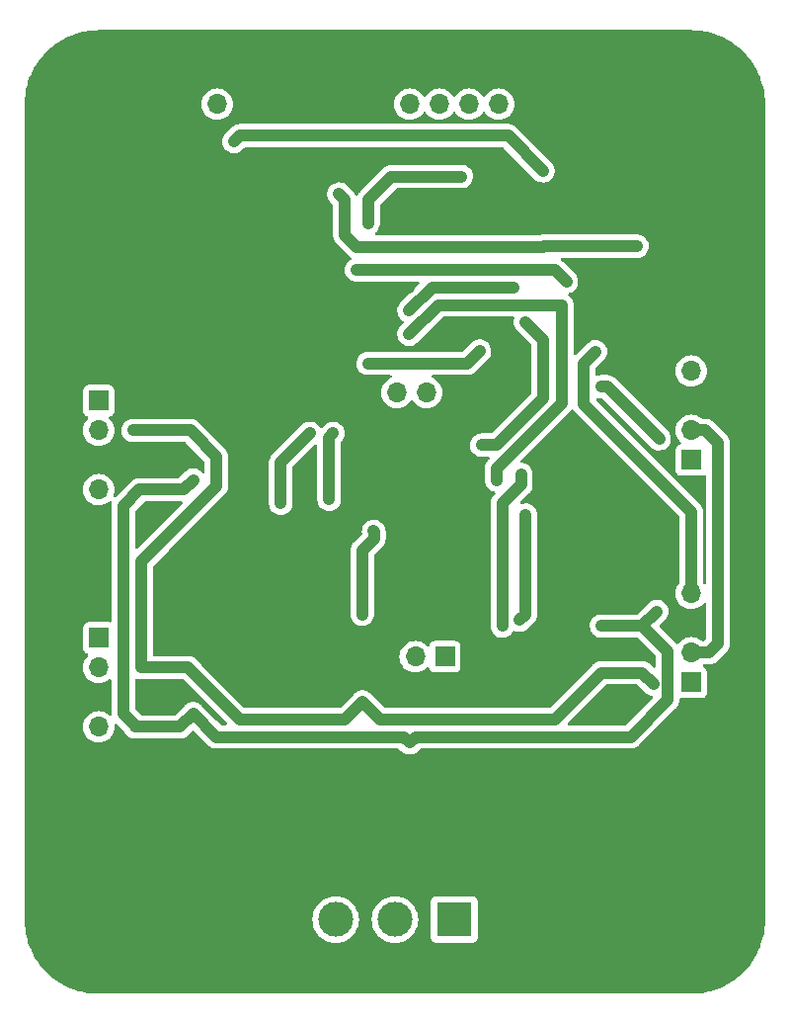
<source format=gbr>
%TF.GenerationSoftware,KiCad,Pcbnew,7.0.5*%
%TF.CreationDate,2023-09-16T15:31:54-07:00*%
%TF.ProjectId,ADS1219Module,41445331-3231-4394-9d6f-64756c652e6b,rev?*%
%TF.SameCoordinates,Original*%
%TF.FileFunction,Copper,L2,Bot*%
%TF.FilePolarity,Positive*%
%FSLAX46Y46*%
G04 Gerber Fmt 4.6, Leading zero omitted, Abs format (unit mm)*
G04 Created by KiCad (PCBNEW 7.0.5) date 2023-09-16 15:31:54*
%MOMM*%
%LPD*%
G01*
G04 APERTURE LIST*
%TA.AperFunction,ComponentPad*%
%ADD10R,1.700000X1.700000*%
%TD*%
%TA.AperFunction,ComponentPad*%
%ADD11O,1.700000X1.700000*%
%TD*%
%TA.AperFunction,ComponentPad*%
%ADD12C,5.600000*%
%TD*%
%TA.AperFunction,ComponentPad*%
%ADD13R,3.000000X3.000000*%
%TD*%
%TA.AperFunction,ComponentPad*%
%ADD14C,3.000000*%
%TD*%
%TA.AperFunction,ViaPad*%
%ADD15C,0.700000*%
%TD*%
%TA.AperFunction,ViaPad*%
%ADD16C,0.800000*%
%TD*%
%TA.AperFunction,Conductor*%
%ADD17C,1.000000*%
%TD*%
G04 APERTURE END LIST*
D10*
%TO.P,J11,1,Pin_1*%
%TO.N,Net-(J11-Pin_1)*%
X152400000Y-76200000D03*
D11*
%TO.P,J11,2,Pin_2*%
%TO.N,/ADS1219/AnalogueConnection/V_{SS}*%
X152400000Y-78740000D03*
%TO.P,J11,3,Pin_3*%
%TO.N,GND*%
X152400000Y-81280000D03*
%TO.P,J11,4,Pin_4*%
%TO.N,/ADS1219/AnalogueConnection/V_{DD}*%
X152400000Y-83820000D03*
%TD*%
D12*
%TO.P,J3,1,Pin_1*%
%TO.N,GND*%
X152400000Y-120650000D03*
%TD*%
%TO.P,J1,1,Pin_1*%
%TO.N,GND*%
X152400000Y-50800000D03*
%TD*%
D10*
%TO.P,J14,1,Pin_1*%
%TO.N,Net-(J14-Pin_1)*%
X203200000Y-81280000D03*
D11*
%TO.P,J14,2,Pin_2*%
%TO.N,/ADS1219/AnalogueConnection/V_{SS}*%
X203200000Y-78740000D03*
%TO.P,J14,3,Pin_3*%
%TO.N,GND*%
X203200000Y-76200000D03*
%TO.P,J14,4,Pin_4*%
%TO.N,/ADS1219/AnalogueConnection/V_{DD}*%
X203200000Y-73660000D03*
%TD*%
D10*
%TO.P,J9,1,Pin_1*%
%TO.N,GND*%
X183040000Y-75500000D03*
D11*
%TO.P,J9,2,Pin_2*%
%TO.N,/ADS1219/~{INT}*%
X180500000Y-75500000D03*
%TO.P,J9,3,Pin_3*%
%TO.N,Net-(J9-Pin_3)*%
X177960000Y-75500000D03*
%TD*%
D10*
%TO.P,J7,1,Pin_1*%
%TO.N,GND*%
X189230000Y-50800000D03*
D11*
%TO.P,J7,2,Pin_2*%
%TO.N,/I2CConnector/VI2C*%
X186690000Y-50800000D03*
%TO.P,J7,3,Pin_3*%
%TO.N,Net-(D3-A)*%
X184150000Y-50800000D03*
%TO.P,J7,4,Pin_4*%
%TO.N,Net-(D2-A)*%
X181610000Y-50800000D03*
%TO.P,J7,5,Pin_5*%
%TO.N,/ADS1219/~{INT}*%
X179070000Y-50800000D03*
%TD*%
D13*
%TO.P,J8,1,Pin_1*%
%TO.N,Net-(J8-Pin_1)*%
X182880000Y-120650000D03*
D14*
%TO.P,J8,2,Pin_2*%
%TO.N,Net-(J8-Pin_2)*%
X177800000Y-120650000D03*
%TO.P,J8,3,Pin_3*%
%TO.N,Net-(J8-Pin_3)*%
X172720000Y-120650000D03*
%TD*%
D10*
%TO.P,J10,1,Pin_1*%
%TO.N,/ADS1219/REFP*%
X182080000Y-98125000D03*
D11*
%TO.P,J10,2,Pin_2*%
%TO.N,/ADS1219/REFN*%
X179540000Y-98125000D03*
%TO.P,J10,3,Pin_3*%
%TO.N,GND*%
X177000000Y-98125000D03*
%TD*%
D10*
%TO.P,J12,1,Pin_1*%
%TO.N,Net-(J12-Pin_1)*%
X152400000Y-96520000D03*
D11*
%TO.P,J12,2,Pin_2*%
%TO.N,/ADS1219/AnalogueConnection/V_{SS}*%
X152400000Y-99060000D03*
%TO.P,J12,3,Pin_3*%
%TO.N,GND*%
X152400000Y-101600000D03*
%TO.P,J12,4,Pin_4*%
%TO.N,/ADS1219/AnalogueConnection/V_{DD}*%
X152400000Y-104140000D03*
%TD*%
D10*
%TO.P,J6,1,Pin_1*%
%TO.N,GND*%
X165100000Y-50800000D03*
D11*
%TO.P,J6,2,Pin_2*%
%TO.N,Net-(J6-Pin_2)*%
X162560000Y-50800000D03*
%TD*%
D10*
%TO.P,J13,1,Pin_1*%
%TO.N,Net-(J13-Pin_1)*%
X203200000Y-100330000D03*
D11*
%TO.P,J13,2,Pin_2*%
%TO.N,/ADS1219/AnalogueConnection/V_{SS}*%
X203200000Y-97790000D03*
%TO.P,J13,3,Pin_3*%
%TO.N,GND*%
X203200000Y-95250000D03*
%TO.P,J13,4,Pin_4*%
%TO.N,/ADS1219/AnalogueConnection/V_{DD}*%
X203200000Y-92710000D03*
%TD*%
D12*
%TO.P,J4,1,Pin_1*%
%TO.N,GND*%
X203200000Y-120650000D03*
%TD*%
%TO.P,J2,1,Pin_1*%
%TO.N,GND*%
X203200000Y-50800000D03*
%TD*%
D15*
%TO.N,/I2CConnector/VI2C*%
X180500000Y-63000000D03*
X173000000Y-58500000D03*
X190500000Y-63000000D03*
X198550000Y-62950000D03*
%TO.N,GND*%
X195250000Y-107000000D03*
X182500000Y-91000000D03*
X192000000Y-58500000D03*
X160500000Y-95500000D03*
X181000000Y-81500000D03*
X204000000Y-84000000D03*
X185000000Y-69500000D03*
X167500000Y-100500000D03*
X173000000Y-93000000D03*
X175000000Y-67250000D03*
X171500000Y-55050000D03*
X171500000Y-107000000D03*
X178000000Y-82500000D03*
X188500000Y-75500000D03*
X197500000Y-91000000D03*
X185000000Y-95500000D03*
X192000000Y-80000000D03*
X195000000Y-87500000D03*
X201000000Y-58000000D03*
X169500000Y-114000000D03*
X194000000Y-70000000D03*
X180000000Y-59000000D03*
X178000000Y-95000000D03*
X187000000Y-114000000D03*
X166000000Y-84500000D03*
X181500000Y-86500000D03*
X191000000Y-93500000D03*
X181000000Y-106750000D03*
X178000000Y-90500000D03*
X176662500Y-110837500D03*
X190500000Y-101500000D03*
X162000000Y-87000000D03*
X199000000Y-88500000D03*
X206000000Y-99000000D03*
X156000000Y-101500000D03*
X159750000Y-55000000D03*
D16*
X160500000Y-58750000D03*
X166250000Y-57750000D03*
D15*
X156000000Y-87500000D03*
X174750000Y-85250000D03*
X176500000Y-107000000D03*
X186500000Y-58250000D03*
X162500000Y-107000000D03*
X179000000Y-66500000D03*
X185000000Y-107500000D03*
X195000000Y-103500000D03*
X171500000Y-110500000D03*
X177500000Y-55000000D03*
X164500000Y-96000000D03*
X198000000Y-58000000D03*
X183500000Y-55000000D03*
X184000000Y-83500000D03*
%TO.N,+5V*%
X170500000Y-79000000D03*
X175500000Y-73000000D03*
X187000000Y-95500000D03*
X183500000Y-57000000D03*
X168000000Y-85000000D03*
X175500000Y-61000000D03*
X177500000Y-57000000D03*
X192500000Y-66000000D03*
X185050000Y-71950000D03*
X188600000Y-82500000D03*
X174500000Y-65000000D03*
%TO.N,VSS*%
X176000000Y-87350000D03*
X175000000Y-94500000D03*
%TO.N,VAA*%
X188500000Y-95000000D03*
X189000000Y-86000000D03*
%TO.N,/ADS1219/AnalogueConnection/V_{SS}*%
X161000000Y-100000000D03*
X199965000Y-100465000D03*
X195500000Y-75000000D03*
X155347500Y-78740000D03*
X175000000Y-102000000D03*
X156027500Y-99060000D03*
X160500000Y-79000000D03*
X200456250Y-79456250D03*
X195500000Y-99500000D03*
%TO.N,/ADS1219/AnalogueConnection/V_{DD}*%
X155907500Y-83820000D03*
X160500000Y-103000000D03*
X160500000Y-83000000D03*
X179055000Y-105500000D03*
X200250000Y-94250000D03*
X155500000Y-104140000D03*
X195500000Y-95500000D03*
X195000000Y-72000000D03*
%TO.N,Net-(J6-Pin_2)*%
X164000000Y-54000000D03*
X190500000Y-56500000D03*
%TO.N,Net-(J9-Pin_3)*%
X172150000Y-84650000D03*
X172500000Y-79000000D03*
%TO.N,/ADS1219/SCL*%
X189000000Y-69500000D03*
X179000000Y-68500000D03*
X185250000Y-80000000D03*
X188000000Y-66500000D03*
%TO.N,/ADS1219/SDA*%
X179000000Y-70500000D03*
X186500000Y-83000000D03*
X192112500Y-68000000D03*
%TD*%
D17*
%TO.N,/I2CConnector/VI2C*%
X174500000Y-63000000D02*
X173500000Y-62000000D01*
X190500000Y-63000000D02*
X180500000Y-63000000D01*
X190550000Y-62950000D02*
X190500000Y-63000000D01*
X173500000Y-62000000D02*
X173500000Y-59000000D01*
X198550000Y-62950000D02*
X190550000Y-62950000D01*
X180500000Y-63000000D02*
X174500000Y-63000000D01*
X173500000Y-59000000D02*
X173000000Y-58500000D01*
%TO.N,GND*%
X177000000Y-98125000D02*
X169875000Y-98125000D01*
X183040000Y-79460000D02*
X181000000Y-81500000D01*
X179000000Y-66500000D02*
X175750000Y-66500000D01*
X175750000Y-66500000D02*
X175000000Y-67250000D01*
X179625000Y-95500000D02*
X177000000Y-98125000D01*
X169875000Y-98125000D02*
X167500000Y-100500000D01*
X185000000Y-95500000D02*
X179625000Y-95500000D01*
X177500000Y-55000000D02*
X183500000Y-55000000D01*
X199000000Y-88500000D02*
X196000000Y-88500000D01*
X183040000Y-75500000D02*
X188500000Y-75500000D01*
X196000000Y-88500000D02*
X195000000Y-87500000D01*
X177450000Y-55050000D02*
X177500000Y-55000000D01*
X183040000Y-75500000D02*
X183040000Y-79460000D01*
X171500000Y-55050000D02*
X177450000Y-55050000D01*
X176662500Y-110837500D02*
X171837500Y-110837500D01*
X171837500Y-110837500D02*
X171500000Y-110500000D01*
%TO.N,+5V*%
X188600000Y-83400000D02*
X187000000Y-85000000D01*
X184000000Y-73000000D02*
X185050000Y-71950000D01*
X188600000Y-82500000D02*
X188600000Y-83400000D01*
X168000000Y-81500000D02*
X170500000Y-79000000D01*
X175500000Y-61000000D02*
X175500000Y-59000000D01*
X168000000Y-85000000D02*
X168000000Y-81500000D01*
X175500000Y-59000000D02*
X177500000Y-57000000D01*
X174500000Y-65000000D02*
X191500000Y-65000000D01*
X175500000Y-73000000D02*
X184000000Y-73000000D01*
X191500000Y-65000000D02*
X192500000Y-66000000D01*
X177500000Y-57000000D02*
X183500000Y-57000000D01*
X187000000Y-85000000D02*
X187000000Y-95500000D01*
%TO.N,VSS*%
X176000000Y-87414214D02*
X175967893Y-87382107D01*
X176000000Y-88000000D02*
X176000000Y-87414214D01*
X175000000Y-94500000D02*
X175000000Y-89000000D01*
X175000000Y-89000000D02*
X176000000Y-88000000D01*
%TO.N,VAA*%
X189000000Y-86000000D02*
X189000000Y-94500000D01*
X189000000Y-94500000D02*
X188500000Y-95000000D01*
%TO.N,/ADS1219/AnalogueConnection/V_{SS}*%
X205500000Y-79837919D02*
X204402081Y-78740000D01*
X205500000Y-97000000D02*
X205500000Y-79837919D01*
X156027500Y-99060000D02*
X160060000Y-99060000D01*
X196000000Y-75000000D02*
X200456250Y-79456250D01*
X156027500Y-89972500D02*
X162500000Y-83500000D01*
X203200000Y-97790000D02*
X204710000Y-97790000D01*
X162500000Y-81000000D02*
X160500000Y-79000000D01*
X175000000Y-102000000D02*
X176500000Y-103500000D01*
X161000000Y-100000000D02*
X164500000Y-103500000D01*
X162500000Y-83500000D02*
X162500000Y-81000000D01*
X195500000Y-99500000D02*
X199000000Y-99500000D01*
X199000000Y-99500000D02*
X199965000Y-100465000D01*
X164500000Y-103500000D02*
X173500000Y-103500000D01*
X195500000Y-75000000D02*
X196000000Y-75000000D01*
X191500000Y-103500000D02*
X195500000Y-99500000D01*
X176500000Y-103500000D02*
X191500000Y-103500000D01*
X155347500Y-78740000D02*
X160240000Y-78740000D01*
X173500000Y-103500000D02*
X175000000Y-102000000D01*
X156027500Y-99060000D02*
X156027500Y-89972500D01*
X160240000Y-78740000D02*
X160500000Y-79000000D01*
X160060000Y-99060000D02*
X161000000Y-100000000D01*
X204402081Y-78740000D02*
X203200000Y-78740000D01*
X204710000Y-97790000D02*
X205500000Y-97000000D01*
%TO.N,/ADS1219/AnalogueConnection/V_{DD}*%
X201165000Y-97665000D02*
X199000000Y-95500000D01*
X179055000Y-105500000D02*
X179555000Y-105000000D01*
X199000000Y-95500000D02*
X200250000Y-94250000D01*
X159680000Y-83820000D02*
X160500000Y-83000000D01*
X162500000Y-105000000D02*
X160500000Y-103000000D01*
X154500000Y-85227500D02*
X155907500Y-83820000D01*
X154500000Y-103000000D02*
X154500000Y-85227500D01*
X195500000Y-95500000D02*
X199000000Y-95500000D01*
X201165000Y-101835000D02*
X201165000Y-97665000D01*
X194000000Y-76500000D02*
X203200000Y-85700000D01*
X194000000Y-73000000D02*
X194000000Y-76500000D01*
X179555000Y-105000000D02*
X198000000Y-105000000D01*
X159360000Y-104140000D02*
X160500000Y-103000000D01*
X198000000Y-105000000D02*
X201165000Y-101835000D01*
X178555000Y-105000000D02*
X162500000Y-105000000D01*
X179055000Y-105500000D02*
X178555000Y-105000000D01*
X155500000Y-104000000D02*
X154500000Y-103000000D01*
X155500000Y-104140000D02*
X155500000Y-104000000D01*
X203200000Y-85700000D02*
X203200000Y-92710000D01*
X155907500Y-83820000D02*
X159680000Y-83820000D01*
X195000000Y-72000000D02*
X194000000Y-73000000D01*
X155500000Y-104140000D02*
X159360000Y-104140000D01*
%TO.N,Net-(J6-Pin_2)*%
X187500000Y-53500000D02*
X164500000Y-53500000D01*
X190500000Y-56500000D02*
X187500000Y-53500000D01*
X164500000Y-53500000D02*
X164000000Y-54000000D01*
%TO.N,Net-(J9-Pin_3)*%
X172150000Y-79350000D02*
X172500000Y-79000000D01*
X172150000Y-84650000D02*
X172150000Y-79350000D01*
%TO.N,/ADS1219/SCL*%
X190500000Y-76000000D02*
X190500000Y-71000000D01*
X190500000Y-71000000D02*
X189000000Y-69500000D01*
X185250000Y-80000000D02*
X186500000Y-80000000D01*
X186500000Y-80000000D02*
X190500000Y-76000000D01*
X188000000Y-66500000D02*
X181000000Y-66500000D01*
X181000000Y-66500000D02*
X179000000Y-68500000D01*
%TO.N,/ADS1219/SDA*%
X181500000Y-68000000D02*
X179000000Y-70500000D01*
X192112500Y-76387500D02*
X192112500Y-68000000D01*
X186500000Y-82000000D02*
X192112500Y-76387500D01*
X192112500Y-68000000D02*
X181500000Y-68000000D01*
X186500000Y-83000000D02*
X186500000Y-82000000D01*
%TD*%
%TA.AperFunction,Conductor*%
%TO.N,GND*%
G36*
X155672154Y-100001345D02*
G01*
X155672329Y-100000875D01*
X155678222Y-100003056D01*
X155678229Y-100003060D01*
X155693816Y-100007095D01*
X155711628Y-100013182D01*
X155726442Y-100019540D01*
X155799765Y-100034607D01*
X155802760Y-100035302D01*
X155875211Y-100054062D01*
X155875215Y-100054063D01*
X155891307Y-100054879D01*
X155909980Y-100057257D01*
X155918913Y-100059093D01*
X155925758Y-100060500D01*
X155925759Y-100060500D01*
X156000571Y-100060500D01*
X156003711Y-100060580D01*
X156030342Y-100061930D01*
X156078436Y-100064369D01*
X156094356Y-100061930D01*
X156113133Y-100060500D01*
X159594217Y-100060500D01*
X159661256Y-100080185D01*
X159681898Y-100096819D01*
X163372898Y-103787819D01*
X163406383Y-103849142D01*
X163401399Y-103918834D01*
X163359527Y-103974767D01*
X163294063Y-103999184D01*
X163285217Y-103999500D01*
X162965783Y-103999500D01*
X162898744Y-103979815D01*
X162878102Y-103963181D01*
X162489423Y-103574502D01*
X161226493Y-102311573D01*
X161224349Y-102309317D01*
X161174181Y-102253788D01*
X161113871Y-102209501D01*
X161111388Y-102207579D01*
X161053408Y-102160302D01*
X161039127Y-102152843D01*
X161023143Y-102142880D01*
X161010167Y-102133351D01*
X160942190Y-102102117D01*
X160939370Y-102100734D01*
X160911513Y-102086183D01*
X160873049Y-102066091D01*
X160873048Y-102066091D01*
X160857556Y-102061657D01*
X160839909Y-102055121D01*
X160825273Y-102048397D01*
X160825270Y-102048396D01*
X160825268Y-102048395D01*
X160825264Y-102048394D01*
X160825261Y-102048393D01*
X160752401Y-102031485D01*
X160749367Y-102030699D01*
X160730820Y-102025392D01*
X160677420Y-102010113D01*
X160671286Y-102009645D01*
X160661343Y-102008888D01*
X160642742Y-102006038D01*
X160636756Y-102004649D01*
X160627050Y-102002397D01*
X160552268Y-102000502D01*
X160549131Y-102000343D01*
X160474520Y-101994662D01*
X160474517Y-101994663D01*
X160458531Y-101996698D01*
X160439738Y-101997651D01*
X160423642Y-101997243D01*
X160423630Y-101997244D01*
X160349997Y-102010441D01*
X160346893Y-102010917D01*
X160272674Y-102020369D01*
X160272671Y-102020370D01*
X160257421Y-102025582D01*
X160239205Y-102030299D01*
X160223345Y-102033142D01*
X160153880Y-102060889D01*
X160150936Y-102061979D01*
X160080129Y-102086183D01*
X160080127Y-102086184D01*
X160066242Y-102094357D01*
X160049350Y-102102643D01*
X160034384Y-102108622D01*
X159971915Y-102149792D01*
X159969251Y-102151452D01*
X159904773Y-102189409D01*
X159892814Y-102200213D01*
X159877930Y-102211734D01*
X159864483Y-102220596D01*
X159811582Y-102273496D01*
X159809306Y-102275659D01*
X159753783Y-102325824D01*
X159744250Y-102338806D01*
X159731987Y-102353090D01*
X158981899Y-103103181D01*
X158920576Y-103136666D01*
X158894218Y-103139500D01*
X156105782Y-103139500D01*
X156038743Y-103119815D01*
X156018101Y-103103181D01*
X155536819Y-102621899D01*
X155503334Y-102560576D01*
X155500500Y-102534218D01*
X155500500Y-100114819D01*
X155520185Y-100047780D01*
X155572989Y-100002025D01*
X155642147Y-99992081D01*
X155672154Y-100001345D01*
G37*
%TD.AperFunction*%
%TA.AperFunction,Conductor*%
G36*
X198601256Y-100520185D02*
G01*
X198621898Y-100536819D01*
X199293420Y-101208340D01*
X199411593Y-101304698D01*
X199591951Y-101398909D01*
X199787582Y-101454886D01*
X199836854Y-101458638D01*
X199902202Y-101483355D01*
X199943816Y-101539480D01*
X199948480Y-101609194D01*
X199915117Y-101669960D01*
X197621899Y-103963181D01*
X197560576Y-103996666D01*
X197534218Y-103999500D01*
X192714783Y-103999500D01*
X192647744Y-103979815D01*
X192601989Y-103927011D01*
X192592045Y-103857853D01*
X192621070Y-103794297D01*
X192627102Y-103787819D01*
X195878101Y-100536819D01*
X195939424Y-100503334D01*
X195965782Y-100500500D01*
X198534217Y-100500500D01*
X198601256Y-100520185D01*
G37*
%TD.AperFunction*%
%TA.AperFunction,Conductor*%
G36*
X159532255Y-84840185D02*
G01*
X159578010Y-84892989D01*
X159587954Y-84962147D01*
X159558929Y-85025703D01*
X159552897Y-85032181D01*
X155712181Y-88872897D01*
X155650858Y-88906382D01*
X155581166Y-88901398D01*
X155525233Y-88859526D01*
X155500816Y-88794062D01*
X155500500Y-88785216D01*
X155500500Y-85693283D01*
X155520185Y-85626244D01*
X155536819Y-85605602D01*
X156285602Y-84856819D01*
X156346925Y-84823334D01*
X156373283Y-84820500D01*
X159465216Y-84820500D01*
X159532255Y-84840185D01*
G37*
%TD.AperFunction*%
%TA.AperFunction,Conductor*%
G36*
X203201132Y-44450542D02*
G01*
X203467225Y-44460498D01*
X203677583Y-44468764D01*
X203682032Y-44469102D01*
X203935974Y-44497715D01*
X204161099Y-44524360D01*
X204165303Y-44525006D01*
X204413451Y-44571958D01*
X204638986Y-44616819D01*
X204642853Y-44617721D01*
X204885652Y-44682779D01*
X205108288Y-44745569D01*
X205111911Y-44746713D01*
X205348532Y-44829511D01*
X205566363Y-44909873D01*
X205569661Y-44911200D01*
X205798568Y-45011071D01*
X205799704Y-45011581D01*
X206010484Y-45108752D01*
X206013428Y-45110207D01*
X206234014Y-45226790D01*
X206235262Y-45227469D01*
X206438027Y-45341023D01*
X206440662Y-45342587D01*
X206646667Y-45472028D01*
X206651743Y-45475218D01*
X206653185Y-45476152D01*
X206846495Y-45605318D01*
X206848867Y-45606984D01*
X207049333Y-45754935D01*
X207050874Y-45756110D01*
X207233553Y-45900123D01*
X207235549Y-45901767D01*
X207424378Y-46064267D01*
X207426007Y-46065721D01*
X207596852Y-46223648D01*
X207598594Y-46225324D01*
X207774674Y-46401404D01*
X207776362Y-46403159D01*
X207934277Y-46573991D01*
X207935738Y-46575628D01*
X208098223Y-46764440D01*
X208099883Y-46766456D01*
X208243868Y-46949099D01*
X208245063Y-46950665D01*
X208393014Y-47151131D01*
X208394680Y-47153503D01*
X208523834Y-47346795D01*
X208524780Y-47348255D01*
X208657390Y-47559301D01*
X208658988Y-47561993D01*
X208772508Y-47764698D01*
X208773228Y-47766022D01*
X208889777Y-47986542D01*
X208891259Y-47989541D01*
X208988414Y-48200288D01*
X208988936Y-48201451D01*
X209088796Y-48430333D01*
X209090138Y-48433668D01*
X209170486Y-48651463D01*
X209253284Y-48888086D01*
X209254436Y-48891735D01*
X209317221Y-49114353D01*
X209382270Y-49357118D01*
X209383188Y-49361057D01*
X209428039Y-49586534D01*
X209474989Y-49834677D01*
X209475640Y-49838917D01*
X209502279Y-50063983D01*
X209530894Y-50317950D01*
X209531237Y-50322459D01*
X209539521Y-50533300D01*
X209549457Y-50798868D01*
X209549500Y-50801152D01*
X209549500Y-120648847D01*
X209549457Y-120651132D01*
X209540985Y-120877555D01*
X209539521Y-120916699D01*
X209531237Y-121127539D01*
X209530894Y-121132048D01*
X209502279Y-121386015D01*
X209475640Y-121611081D01*
X209474989Y-121615321D01*
X209428039Y-121863464D01*
X209383192Y-122088927D01*
X209382270Y-122092880D01*
X209317221Y-122335645D01*
X209254436Y-122558263D01*
X209253284Y-122561912D01*
X209170486Y-122798535D01*
X209090138Y-123016330D01*
X209088796Y-123019665D01*
X208988936Y-123248547D01*
X208988414Y-123249710D01*
X208891259Y-123460457D01*
X208889769Y-123463472D01*
X208773228Y-123683976D01*
X208772508Y-123685300D01*
X208658988Y-123888005D01*
X208657390Y-123890697D01*
X208524780Y-124101743D01*
X208523834Y-124103203D01*
X208394680Y-124296495D01*
X208393014Y-124298867D01*
X208245063Y-124499333D01*
X208243868Y-124500899D01*
X208099906Y-124683515D01*
X208098210Y-124685574D01*
X207935743Y-124874364D01*
X207934277Y-124876007D01*
X207776362Y-125046839D01*
X207774674Y-125048594D01*
X207598594Y-125224674D01*
X207596839Y-125226362D01*
X207426007Y-125384277D01*
X207424364Y-125385743D01*
X207235574Y-125548210D01*
X207233515Y-125549906D01*
X207050899Y-125693868D01*
X207049333Y-125695063D01*
X206848867Y-125843014D01*
X206846495Y-125844680D01*
X206653203Y-125973834D01*
X206651743Y-125974780D01*
X206440697Y-126107390D01*
X206438005Y-126108988D01*
X206235300Y-126222508D01*
X206233976Y-126223228D01*
X206013472Y-126339769D01*
X206010457Y-126341259D01*
X205799710Y-126438414D01*
X205798547Y-126438936D01*
X205569665Y-126538796D01*
X205566330Y-126540138D01*
X205348535Y-126620486D01*
X205111912Y-126703284D01*
X205108263Y-126704436D01*
X204885645Y-126767221D01*
X204642880Y-126832270D01*
X204638927Y-126833192D01*
X204413464Y-126878039D01*
X204165321Y-126924989D01*
X204161081Y-126925640D01*
X203936015Y-126952279D01*
X203682048Y-126980894D01*
X203677538Y-126981237D01*
X203466889Y-126989513D01*
X203303648Y-126995621D01*
X203201132Y-126999457D01*
X203198848Y-126999500D01*
X152401152Y-126999500D01*
X152398867Y-126999457D01*
X152291409Y-126995436D01*
X152133109Y-126989513D01*
X151922460Y-126981237D01*
X151917950Y-126980894D01*
X151663983Y-126952279D01*
X151438917Y-126925640D01*
X151434677Y-126924989D01*
X151186534Y-126878039D01*
X150961057Y-126833188D01*
X150957118Y-126832270D01*
X150714353Y-126767221D01*
X150491735Y-126704436D01*
X150488086Y-126703284D01*
X150251463Y-126620486D01*
X150033668Y-126540138D01*
X150030333Y-126538796D01*
X149801451Y-126438936D01*
X149800288Y-126438414D01*
X149589541Y-126341259D01*
X149586542Y-126339777D01*
X149451687Y-126268504D01*
X149366022Y-126223228D01*
X149364698Y-126222508D01*
X149161993Y-126108988D01*
X149159313Y-126107397D01*
X149037545Y-126030885D01*
X148948255Y-125974780D01*
X148946795Y-125973834D01*
X148753503Y-125844680D01*
X148751131Y-125843014D01*
X148550665Y-125695063D01*
X148549099Y-125693868D01*
X148366456Y-125549883D01*
X148364440Y-125548223D01*
X148175628Y-125385738D01*
X148173991Y-125384277D01*
X148003159Y-125226362D01*
X148001404Y-125224674D01*
X147825324Y-125048594D01*
X147823648Y-125046852D01*
X147665721Y-124876007D01*
X147664255Y-124874364D01*
X147501767Y-124685549D01*
X147500123Y-124683553D01*
X147356110Y-124500874D01*
X147354935Y-124499333D01*
X147206984Y-124298867D01*
X147205318Y-124296495D01*
X147076164Y-124103203D01*
X147075218Y-124101743D01*
X147072028Y-124096667D01*
X146942587Y-123890662D01*
X146941023Y-123888027D01*
X146827469Y-123685262D01*
X146826790Y-123684014D01*
X146710207Y-123463428D01*
X146708752Y-123460484D01*
X146611581Y-123249704D01*
X146611062Y-123248547D01*
X146511202Y-123019665D01*
X146509873Y-123016363D01*
X146429507Y-122798521D01*
X146346714Y-122561912D01*
X146345569Y-122558288D01*
X146282779Y-122335652D01*
X146217721Y-122092853D01*
X146216819Y-122088986D01*
X146171958Y-121863451D01*
X146125006Y-121615303D01*
X146124360Y-121611099D01*
X146097715Y-121385974D01*
X146069102Y-121132032D01*
X146068764Y-121127581D01*
X146060489Y-120916983D01*
X146050542Y-120651131D01*
X146050521Y-120650001D01*
X170714390Y-120650001D01*
X170734804Y-120935433D01*
X170795628Y-121215037D01*
X170795630Y-121215043D01*
X170795631Y-121215046D01*
X170895633Y-121483161D01*
X170895635Y-121483166D01*
X171032770Y-121734309D01*
X171032775Y-121734317D01*
X171204254Y-121963387D01*
X171204270Y-121963405D01*
X171406594Y-122165729D01*
X171406612Y-122165745D01*
X171635682Y-122337224D01*
X171635690Y-122337229D01*
X171886833Y-122474364D01*
X171886832Y-122474364D01*
X171886836Y-122474365D01*
X171886839Y-122474367D01*
X172154954Y-122574369D01*
X172154960Y-122574370D01*
X172154962Y-122574371D01*
X172434566Y-122635195D01*
X172434568Y-122635195D01*
X172434572Y-122635196D01*
X172688220Y-122653337D01*
X172719999Y-122655610D01*
X172720000Y-122655610D01*
X172720001Y-122655610D01*
X172748595Y-122653564D01*
X173005428Y-122635196D01*
X173195742Y-122593796D01*
X173285037Y-122574371D01*
X173285037Y-122574370D01*
X173285046Y-122574369D01*
X173553161Y-122474367D01*
X173804315Y-122337226D01*
X174033395Y-122165739D01*
X174235739Y-121963395D01*
X174407226Y-121734315D01*
X174544367Y-121483161D01*
X174644369Y-121215046D01*
X174705196Y-120935428D01*
X174725610Y-120650001D01*
X175794390Y-120650001D01*
X175814804Y-120935433D01*
X175875628Y-121215037D01*
X175875630Y-121215043D01*
X175875631Y-121215046D01*
X175975633Y-121483161D01*
X175975635Y-121483166D01*
X176112770Y-121734309D01*
X176112775Y-121734317D01*
X176284254Y-121963387D01*
X176284270Y-121963405D01*
X176486594Y-122165729D01*
X176486612Y-122165745D01*
X176715682Y-122337224D01*
X176715690Y-122337229D01*
X176966833Y-122474364D01*
X176966832Y-122474364D01*
X176966836Y-122474365D01*
X176966839Y-122474367D01*
X177234954Y-122574369D01*
X177234960Y-122574370D01*
X177234962Y-122574371D01*
X177514566Y-122635195D01*
X177514568Y-122635195D01*
X177514572Y-122635196D01*
X177768220Y-122653337D01*
X177799999Y-122655610D01*
X177800000Y-122655610D01*
X177800001Y-122655610D01*
X177828595Y-122653564D01*
X178085428Y-122635196D01*
X178275742Y-122593796D01*
X178365037Y-122574371D01*
X178365037Y-122574370D01*
X178365046Y-122574369D01*
X178633161Y-122474367D01*
X178884315Y-122337226D01*
X179070473Y-122197870D01*
X180879500Y-122197870D01*
X180879501Y-122197876D01*
X180885908Y-122257483D01*
X180936202Y-122392328D01*
X180936206Y-122392335D01*
X181022452Y-122507544D01*
X181022455Y-122507547D01*
X181137664Y-122593793D01*
X181137671Y-122593797D01*
X181272517Y-122644091D01*
X181272516Y-122644091D01*
X181279444Y-122644835D01*
X181332127Y-122650500D01*
X184427872Y-122650499D01*
X184487483Y-122644091D01*
X184622331Y-122593796D01*
X184737546Y-122507546D01*
X184823796Y-122392331D01*
X184874091Y-122257483D01*
X184880500Y-122197873D01*
X184880499Y-119102128D01*
X184874091Y-119042517D01*
X184844347Y-118962770D01*
X184823797Y-118907671D01*
X184823793Y-118907664D01*
X184737547Y-118792455D01*
X184737544Y-118792452D01*
X184622335Y-118706206D01*
X184622328Y-118706202D01*
X184487482Y-118655908D01*
X184487483Y-118655908D01*
X184427883Y-118649501D01*
X184427881Y-118649500D01*
X184427873Y-118649500D01*
X184427864Y-118649500D01*
X181332129Y-118649500D01*
X181332123Y-118649501D01*
X181272516Y-118655908D01*
X181137671Y-118706202D01*
X181137664Y-118706206D01*
X181022455Y-118792452D01*
X181022452Y-118792455D01*
X180936206Y-118907664D01*
X180936202Y-118907671D01*
X180885908Y-119042517D01*
X180879501Y-119102116D01*
X180879501Y-119102123D01*
X180879500Y-119102135D01*
X180879500Y-122197870D01*
X179070473Y-122197870D01*
X179113395Y-122165739D01*
X179315739Y-121963395D01*
X179487226Y-121734315D01*
X179624367Y-121483161D01*
X179724369Y-121215046D01*
X179785196Y-120935428D01*
X179805610Y-120650000D01*
X179785196Y-120364572D01*
X179724369Y-120084954D01*
X179624367Y-119816839D01*
X179487226Y-119565685D01*
X179487224Y-119565682D01*
X179315745Y-119336612D01*
X179315729Y-119336594D01*
X179113405Y-119134270D01*
X179113387Y-119134254D01*
X178884317Y-118962775D01*
X178884309Y-118962770D01*
X178633166Y-118825635D01*
X178633167Y-118825635D01*
X178525914Y-118785632D01*
X178365046Y-118725631D01*
X178365043Y-118725630D01*
X178365037Y-118725628D01*
X178085433Y-118664804D01*
X177800001Y-118644390D01*
X177799999Y-118644390D01*
X177514566Y-118664804D01*
X177234962Y-118725628D01*
X176966833Y-118825635D01*
X176715690Y-118962770D01*
X176715682Y-118962775D01*
X176486612Y-119134254D01*
X176486594Y-119134270D01*
X176284270Y-119336594D01*
X176284254Y-119336612D01*
X176112775Y-119565682D01*
X176112770Y-119565690D01*
X175975635Y-119816833D01*
X175875628Y-120084962D01*
X175814804Y-120364566D01*
X175794390Y-120649998D01*
X175794390Y-120650001D01*
X174725610Y-120650001D01*
X174725610Y-120650000D01*
X174705196Y-120364572D01*
X174644369Y-120084954D01*
X174544367Y-119816839D01*
X174407226Y-119565685D01*
X174407224Y-119565682D01*
X174235745Y-119336612D01*
X174235729Y-119336594D01*
X174033405Y-119134270D01*
X174033387Y-119134254D01*
X173804317Y-118962775D01*
X173804309Y-118962770D01*
X173553166Y-118825635D01*
X173553167Y-118825635D01*
X173445914Y-118785632D01*
X173285046Y-118725631D01*
X173285043Y-118725630D01*
X173285037Y-118725628D01*
X173005433Y-118664804D01*
X172720001Y-118644390D01*
X172719999Y-118644390D01*
X172434566Y-118664804D01*
X172154962Y-118725628D01*
X171886833Y-118825635D01*
X171635690Y-118962770D01*
X171635682Y-118962775D01*
X171406612Y-119134254D01*
X171406594Y-119134270D01*
X171204270Y-119336594D01*
X171204254Y-119336612D01*
X171032775Y-119565682D01*
X171032770Y-119565690D01*
X170895635Y-119816833D01*
X170795628Y-120084962D01*
X170734804Y-120364566D01*
X170714390Y-120649998D01*
X170714390Y-120650001D01*
X146050521Y-120650001D01*
X146050500Y-120648848D01*
X146050500Y-104140000D01*
X151044341Y-104140000D01*
X151064936Y-104375403D01*
X151064938Y-104375413D01*
X151126094Y-104603655D01*
X151126096Y-104603659D01*
X151126097Y-104603663D01*
X151196931Y-104755567D01*
X151225965Y-104817830D01*
X151225967Y-104817834D01*
X151329295Y-104965401D01*
X151361505Y-105011401D01*
X151528599Y-105178495D01*
X151625384Y-105246265D01*
X151722165Y-105314032D01*
X151722167Y-105314033D01*
X151722170Y-105314035D01*
X151936337Y-105413903D01*
X152164592Y-105475063D01*
X152352918Y-105491539D01*
X152399999Y-105495659D01*
X152400000Y-105495659D01*
X152400001Y-105495659D01*
X152439234Y-105492226D01*
X152635408Y-105475063D01*
X152863663Y-105413903D01*
X153077830Y-105314035D01*
X153271401Y-105178495D01*
X153438495Y-105011401D01*
X153574035Y-104817830D01*
X153673903Y-104603663D01*
X153735063Y-104375408D01*
X153755659Y-104140000D01*
X153740344Y-103964959D01*
X153754110Y-103896463D01*
X153802725Y-103846280D01*
X153870754Y-103830346D01*
X153936597Y-103853721D01*
X153951553Y-103866474D01*
X154533367Y-104448288D01*
X154563999Y-104498847D01*
X154575838Y-104536581D01*
X154575842Y-104536591D01*
X154583657Y-104550670D01*
X154591517Y-104567777D01*
X154597111Y-104582881D01*
X154597114Y-104582887D01*
X154636694Y-104646390D01*
X154638288Y-104649096D01*
X154674592Y-104714503D01*
X154674593Y-104714504D01*
X154685078Y-104726718D01*
X154696222Y-104741894D01*
X154704745Y-104755567D01*
X154704745Y-104755568D01*
X154704748Y-104755571D01*
X154756315Y-104809819D01*
X154758392Y-104812118D01*
X154776204Y-104832866D01*
X154807132Y-104868894D01*
X154807133Y-104868895D01*
X154819869Y-104878753D01*
X154833844Y-104891379D01*
X154844940Y-104903052D01*
X154906340Y-104945789D01*
X154908873Y-104947648D01*
X154930502Y-104964390D01*
X154968042Y-104993448D01*
X154982515Y-105000547D01*
X154998726Y-105010090D01*
X155011951Y-105019295D01*
X155069788Y-105044115D01*
X155080696Y-105048796D01*
X155083552Y-105050108D01*
X155150724Y-105083058D01*
X155150726Y-105083058D01*
X155150729Y-105083060D01*
X155166316Y-105087095D01*
X155184128Y-105093182D01*
X155198942Y-105099540D01*
X155272265Y-105114607D01*
X155275260Y-105115302D01*
X155347711Y-105134062D01*
X155347715Y-105134063D01*
X155363807Y-105134879D01*
X155382480Y-105137257D01*
X155391413Y-105139093D01*
X155398258Y-105140500D01*
X155398259Y-105140500D01*
X155473071Y-105140500D01*
X155476211Y-105140580D01*
X155502842Y-105141930D01*
X155550936Y-105144369D01*
X155566856Y-105141930D01*
X155585633Y-105140500D01*
X159346507Y-105140500D01*
X159348069Y-105140519D01*
X159385283Y-105141462D01*
X159436358Y-105142757D01*
X159436358Y-105142756D01*
X159436363Y-105142757D01*
X159496753Y-105131932D01*
X159501412Y-105131280D01*
X159543607Y-105126988D01*
X159562438Y-105125074D01*
X159595227Y-105114786D01*
X159602840Y-105112918D01*
X159636653Y-105106858D01*
X159693621Y-105084101D01*
X159698053Y-105082524D01*
X159756588Y-105064159D01*
X159786627Y-105047484D01*
X159793708Y-105044122D01*
X159825617Y-105031377D01*
X159876854Y-104997608D01*
X159880851Y-104995187D01*
X159934502Y-104965409D01*
X159960568Y-104943030D01*
X159966843Y-104938300D01*
X159995519Y-104919402D01*
X160038917Y-104876002D01*
X160042336Y-104872834D01*
X160088895Y-104832866D01*
X160109931Y-104805688D01*
X160115101Y-104799818D01*
X160412318Y-104502601D01*
X160473642Y-104469116D01*
X160543334Y-104474100D01*
X160587681Y-104502601D01*
X161782987Y-105697907D01*
X161784052Y-105698998D01*
X161819252Y-105736028D01*
X161844940Y-105763052D01*
X161844947Y-105763058D01*
X161879053Y-105786795D01*
X161895303Y-105798106D01*
X161899044Y-105800926D01*
X161946593Y-105839698D01*
X161977045Y-105855604D01*
X161983756Y-105859671D01*
X162011951Y-105879295D01*
X162068332Y-105903490D01*
X162072567Y-105905501D01*
X162126951Y-105933909D01*
X162159973Y-105943356D01*
X162167365Y-105945989D01*
X162198940Y-105959539D01*
X162198941Y-105959540D01*
X162212054Y-105962234D01*
X162259055Y-105971892D01*
X162263595Y-105973006D01*
X162322582Y-105989886D01*
X162356841Y-105992494D01*
X162364609Y-105993585D01*
X162398255Y-106000500D01*
X162398259Y-106000500D01*
X162459601Y-106000500D01*
X162464308Y-106000678D01*
X162491597Y-106002757D01*
X162525475Y-106005337D01*
X162525475Y-106005336D01*
X162525476Y-106005337D01*
X162559559Y-106000996D01*
X162567389Y-106000500D01*
X178089217Y-106000500D01*
X178156256Y-106020185D01*
X178176897Y-106036818D01*
X178328513Y-106188434D01*
X178330658Y-106190691D01*
X178380815Y-106246207D01*
X178380816Y-106246208D01*
X178380821Y-106246213D01*
X178417768Y-106273344D01*
X178441121Y-106290493D01*
X178443604Y-106292415D01*
X178501588Y-106339694D01*
X178501591Y-106339697D01*
X178501593Y-106339698D01*
X178515870Y-106347155D01*
X178531852Y-106357117D01*
X178544831Y-106366648D01*
X178544834Y-106366650D01*
X178583144Y-106384252D01*
X178612821Y-106397887D01*
X178615629Y-106399265D01*
X178681950Y-106433909D01*
X178697436Y-106438340D01*
X178715097Y-106444880D01*
X178729732Y-106451605D01*
X178802616Y-106468518D01*
X178805650Y-106469304D01*
X178877578Y-106489886D01*
X178877582Y-106489887D01*
X178893641Y-106491109D01*
X178912248Y-106493959D01*
X178927946Y-106497603D01*
X179002753Y-106499498D01*
X179005885Y-106499656D01*
X179080477Y-106505337D01*
X179096445Y-106503302D01*
X179115257Y-106502348D01*
X179131363Y-106502757D01*
X179205031Y-106489552D01*
X179208084Y-106489084D01*
X179282328Y-106479630D01*
X179297567Y-106474420D01*
X179315802Y-106469698D01*
X179331653Y-106466858D01*
X179401138Y-106439101D01*
X179404047Y-106438024D01*
X179474872Y-106413816D01*
X179488759Y-106405640D01*
X179505658Y-106397351D01*
X179520617Y-106391377D01*
X179583116Y-106350185D01*
X179585725Y-106348560D01*
X179650227Y-106310591D01*
X179662177Y-106299793D01*
X179677071Y-106288264D01*
X179690519Y-106279402D01*
X179743459Y-106226460D01*
X179745666Y-106224362D01*
X179801213Y-106174179D01*
X179810750Y-106161189D01*
X179823011Y-106146909D01*
X179933104Y-106036818D01*
X179994427Y-106003334D01*
X180020784Y-106000500D01*
X197986507Y-106000500D01*
X197988069Y-106000519D01*
X198025283Y-106001462D01*
X198076358Y-106002757D01*
X198076358Y-106002756D01*
X198076363Y-106002757D01*
X198136753Y-105991932D01*
X198141412Y-105991280D01*
X198183607Y-105986988D01*
X198202438Y-105985074D01*
X198235227Y-105974786D01*
X198242840Y-105972918D01*
X198276653Y-105966858D01*
X198333621Y-105944101D01*
X198338053Y-105942524D01*
X198396588Y-105924159D01*
X198426627Y-105907484D01*
X198433708Y-105904122D01*
X198465617Y-105891377D01*
X198516854Y-105857608D01*
X198520851Y-105855187D01*
X198574502Y-105825409D01*
X198600568Y-105803030D01*
X198606843Y-105798300D01*
X198607145Y-105798101D01*
X198635519Y-105779402D01*
X198678892Y-105736027D01*
X198682350Y-105732823D01*
X198685613Y-105730020D01*
X198728895Y-105692866D01*
X198749928Y-105665691D01*
X198755098Y-105659821D01*
X201862981Y-102551937D01*
X201863994Y-102550950D01*
X201928053Y-102490059D01*
X201963099Y-102439706D01*
X201965938Y-102435941D01*
X201969612Y-102431435D01*
X202004698Y-102388407D01*
X202020601Y-102357960D01*
X202024674Y-102351239D01*
X202033327Y-102338806D01*
X202044295Y-102323049D01*
X202068492Y-102266660D01*
X202070498Y-102262435D01*
X202098909Y-102208049D01*
X202108360Y-102175015D01*
X202110991Y-102167628D01*
X202114135Y-102160302D01*
X202124540Y-102136058D01*
X202136893Y-102075940D01*
X202138006Y-102071412D01*
X202154887Y-102012418D01*
X202157495Y-101978155D01*
X202158587Y-101970376D01*
X202165500Y-101936741D01*
X202165500Y-101875375D01*
X202165676Y-101870721D01*
X202170337Y-101809524D01*
X202170335Y-101809513D01*
X202170283Y-101807408D01*
X202170584Y-101806274D01*
X202170815Y-101803251D01*
X202171378Y-101803293D01*
X202188257Y-101739889D01*
X202239880Y-101692807D01*
X202298806Y-101680855D01*
X202298806Y-101680500D01*
X202300560Y-101680499D01*
X202300891Y-101680433D01*
X202302098Y-101680496D01*
X202302127Y-101680500D01*
X204097872Y-101680499D01*
X204157483Y-101674091D01*
X204292331Y-101623796D01*
X204407546Y-101537546D01*
X204493796Y-101422331D01*
X204544091Y-101287483D01*
X204550500Y-101227873D01*
X204550499Y-99432128D01*
X204544091Y-99372517D01*
X204529183Y-99332547D01*
X204493797Y-99237671D01*
X204493793Y-99237664D01*
X204407547Y-99122455D01*
X204407544Y-99122452D01*
X204292335Y-99036206D01*
X204292328Y-99036202D01*
X204277527Y-99030682D01*
X204221593Y-98988811D01*
X204197176Y-98923346D01*
X204212028Y-98855073D01*
X204261433Y-98805668D01*
X204320860Y-98790500D01*
X204696507Y-98790500D01*
X204698069Y-98790519D01*
X204735283Y-98791462D01*
X204786358Y-98792757D01*
X204786358Y-98792756D01*
X204786363Y-98792757D01*
X204846753Y-98781932D01*
X204851412Y-98781280D01*
X204893607Y-98776988D01*
X204912438Y-98775074D01*
X204945227Y-98764786D01*
X204952840Y-98762918D01*
X204986653Y-98756858D01*
X205043621Y-98734101D01*
X205048053Y-98732524D01*
X205106588Y-98714159D01*
X205136627Y-98697484D01*
X205143708Y-98694122D01*
X205175617Y-98681377D01*
X205226854Y-98647608D01*
X205230851Y-98645187D01*
X205284502Y-98615409D01*
X205310568Y-98593030D01*
X205316843Y-98588300D01*
X205345519Y-98569402D01*
X205388917Y-98526002D01*
X205392336Y-98522834D01*
X205438895Y-98482866D01*
X205459931Y-98455688D01*
X205465101Y-98449818D01*
X206198001Y-97716918D01*
X206199014Y-97715931D01*
X206263053Y-97655059D01*
X206298112Y-97604686D01*
X206300925Y-97600957D01*
X206339698Y-97553407D01*
X206355607Y-97522948D01*
X206359667Y-97516248D01*
X206379295Y-97488049D01*
X206403492Y-97431660D01*
X206405498Y-97427435D01*
X206433909Y-97373049D01*
X206443360Y-97340015D01*
X206445991Y-97332628D01*
X206459540Y-97301058D01*
X206471893Y-97240940D01*
X206473006Y-97236412D01*
X206489887Y-97177418D01*
X206492495Y-97143155D01*
X206493587Y-97135376D01*
X206493623Y-97135205D01*
X206500500Y-97101741D01*
X206500500Y-97040401D01*
X206500679Y-97035692D01*
X206505337Y-96974525D01*
X206500997Y-96940441D01*
X206500500Y-96932602D01*
X206500500Y-79851410D01*
X206500520Y-79849840D01*
X206502757Y-79761560D01*
X206502756Y-79761559D01*
X206502757Y-79761556D01*
X206491933Y-79701168D01*
X206491280Y-79696506D01*
X206485074Y-79635482D01*
X206485074Y-79635481D01*
X206474784Y-79602687D01*
X206472917Y-79595074D01*
X206466858Y-79561266D01*
X206466857Y-79561264D01*
X206463719Y-79553409D01*
X206444100Y-79504293D01*
X206442521Y-79499857D01*
X206432539Y-79468042D01*
X206424159Y-79441331D01*
X206424158Y-79441329D01*
X206424157Y-79441326D01*
X206411117Y-79417834D01*
X206407485Y-79411290D01*
X206404117Y-79404197D01*
X206391378Y-79372305D01*
X206391377Y-79372302D01*
X206357620Y-79321082D01*
X206355180Y-79317053D01*
X206344379Y-79297594D01*
X206325409Y-79263417D01*
X206325407Y-79263414D01*
X206303033Y-79237353D01*
X206298302Y-79231078D01*
X206279402Y-79202400D01*
X206236012Y-79159010D01*
X206232822Y-79155567D01*
X206192867Y-79109025D01*
X206192863Y-79109021D01*
X206165698Y-79087993D01*
X206159811Y-79082809D01*
X205119091Y-78042090D01*
X205117995Y-78040966D01*
X205057142Y-77976949D01*
X205057141Y-77976948D01*
X205057140Y-77976947D01*
X205029285Y-77957559D01*
X205006790Y-77941902D01*
X205003027Y-77939064D01*
X204955494Y-77900305D01*
X204955487Y-77900300D01*
X204925040Y-77884397D01*
X204918332Y-77880334D01*
X204890130Y-77860705D01*
X204890127Y-77860703D01*
X204890126Y-77860703D01*
X204890122Y-77860701D01*
X204833761Y-77836514D01*
X204829505Y-77834493D01*
X204775138Y-77806094D01*
X204775131Y-77806091D01*
X204775130Y-77806091D01*
X204769089Y-77804362D01*
X204742111Y-77796642D01*
X204734711Y-77794008D01*
X204703138Y-77780459D01*
X204703139Y-77780459D01*
X204643047Y-77768109D01*
X204638472Y-77766986D01*
X204579501Y-77750113D01*
X204579506Y-77750113D01*
X204545239Y-77747503D01*
X204537461Y-77746412D01*
X204503823Y-77739500D01*
X204503822Y-77739500D01*
X204442483Y-77739500D01*
X204437776Y-77739321D01*
X204432202Y-77738896D01*
X204376605Y-77734662D01*
X204356670Y-77737201D01*
X204342521Y-77739003D01*
X204334692Y-77739500D01*
X204160758Y-77739500D01*
X204093719Y-77719815D01*
X204073077Y-77703181D01*
X204071402Y-77701506D01*
X204071395Y-77701501D01*
X203877834Y-77565967D01*
X203877830Y-77565965D01*
X203828174Y-77542810D01*
X203663663Y-77466097D01*
X203663659Y-77466096D01*
X203663655Y-77466094D01*
X203435413Y-77404938D01*
X203435403Y-77404936D01*
X203200001Y-77384341D01*
X203199999Y-77384341D01*
X202964596Y-77404936D01*
X202964586Y-77404938D01*
X202736344Y-77466094D01*
X202736335Y-77466098D01*
X202522171Y-77565964D01*
X202522169Y-77565965D01*
X202328597Y-77701505D01*
X202161505Y-77868597D01*
X202025965Y-78062169D01*
X202025964Y-78062171D01*
X201926098Y-78276335D01*
X201926094Y-78276344D01*
X201864938Y-78504586D01*
X201864936Y-78504596D01*
X201844341Y-78739999D01*
X201844341Y-78740000D01*
X201864936Y-78975403D01*
X201864938Y-78975413D01*
X201926094Y-79203655D01*
X201926096Y-79203659D01*
X201926097Y-79203663D01*
X202008272Y-79379887D01*
X202025965Y-79417830D01*
X202025967Y-79417834D01*
X202161501Y-79611395D01*
X202161506Y-79611402D01*
X202283430Y-79733326D01*
X202316915Y-79794649D01*
X202311931Y-79864341D01*
X202270059Y-79920274D01*
X202239083Y-79937189D01*
X202107669Y-79986203D01*
X202107664Y-79986206D01*
X201992455Y-80072452D01*
X201992452Y-80072455D01*
X201906206Y-80187664D01*
X201906202Y-80187671D01*
X201855908Y-80322517D01*
X201849501Y-80382116D01*
X201849500Y-80382135D01*
X201849500Y-82177870D01*
X201849501Y-82177876D01*
X201855908Y-82237483D01*
X201906202Y-82372328D01*
X201906206Y-82372335D01*
X201992452Y-82487544D01*
X201992455Y-82487547D01*
X202107664Y-82573793D01*
X202107671Y-82573797D01*
X202242517Y-82624091D01*
X202242516Y-82624091D01*
X202249444Y-82624835D01*
X202302127Y-82630500D01*
X204097872Y-82630499D01*
X204157483Y-82624091D01*
X204292331Y-82573796D01*
X204301186Y-82567166D01*
X204366649Y-82542747D01*
X204434923Y-82557596D01*
X204484330Y-82607000D01*
X204499500Y-82666431D01*
X204499500Y-91818074D01*
X204479815Y-91885113D01*
X204427011Y-91930868D01*
X204357853Y-91940812D01*
X204294297Y-91911787D01*
X204273926Y-91889198D01*
X204238495Y-91838598D01*
X204236819Y-91836922D01*
X204236315Y-91836000D01*
X204235014Y-91834449D01*
X204235325Y-91834187D01*
X204203334Y-91775599D01*
X204200500Y-91749241D01*
X204200500Y-85713491D01*
X204200520Y-85711921D01*
X204202757Y-85623641D01*
X204202756Y-85623640D01*
X204202757Y-85623637D01*
X204191933Y-85563249D01*
X204191280Y-85558587D01*
X204186198Y-85508620D01*
X204185074Y-85497562D01*
X204174784Y-85464768D01*
X204172917Y-85457155D01*
X204170783Y-85445250D01*
X204166858Y-85423347D01*
X204144095Y-85366361D01*
X204142527Y-85361955D01*
X204133367Y-85332760D01*
X204124161Y-85303416D01*
X204124160Y-85303414D01*
X204107492Y-85273385D01*
X204104124Y-85266295D01*
X204091378Y-85234383D01*
X204057612Y-85183150D01*
X204055183Y-85179142D01*
X204025409Y-85125498D01*
X204003034Y-85099434D01*
X203998306Y-85093163D01*
X203979404Y-85064484D01*
X203979399Y-85064478D01*
X203947101Y-85032181D01*
X203936019Y-85021099D01*
X203932828Y-85017655D01*
X203908088Y-84988836D01*
X203892866Y-84971105D01*
X203881293Y-84962147D01*
X203865694Y-84950072D01*
X203859807Y-84944887D01*
X195082905Y-76167985D01*
X195049420Y-76106662D01*
X195054404Y-76036970D01*
X195096276Y-75981037D01*
X195161740Y-75956620D01*
X195195547Y-75958842D01*
X195198940Y-75959539D01*
X195198942Y-75959540D01*
X195398259Y-76000500D01*
X195534217Y-76000500D01*
X195601256Y-76020185D01*
X195621898Y-76036819D01*
X197718429Y-78133349D01*
X199784670Y-80199590D01*
X199902843Y-80295948D01*
X200083201Y-80390159D01*
X200278832Y-80446136D01*
X200467367Y-80460493D01*
X200481725Y-80461587D01*
X200481726Y-80461587D01*
X200683571Y-80435881D01*
X200683571Y-80435880D01*
X200683578Y-80435880D01*
X200876122Y-80370066D01*
X201051477Y-80266840D01*
X201202463Y-80130429D01*
X201322899Y-79966417D01*
X201407855Y-79781518D01*
X201408946Y-79776819D01*
X201453852Y-79583304D01*
X201454609Y-79553409D01*
X201459006Y-79379887D01*
X201423108Y-79179597D01*
X201347627Y-78990633D01*
X201347622Y-78990626D01*
X201347620Y-78990621D01*
X201235653Y-78820732D01*
X201235650Y-78820728D01*
X196717012Y-74302092D01*
X196715915Y-74300967D01*
X196655061Y-74236949D01*
X196655060Y-74236948D01*
X196655059Y-74236947D01*
X196627204Y-74217559D01*
X196604709Y-74201902D01*
X196600946Y-74199064D01*
X196553413Y-74160305D01*
X196553406Y-74160300D01*
X196522959Y-74144397D01*
X196516251Y-74140334D01*
X196488049Y-74120705D01*
X196488046Y-74120703D01*
X196488045Y-74120703D01*
X196488041Y-74120701D01*
X196431680Y-74096514D01*
X196427424Y-74094493D01*
X196373057Y-74066094D01*
X196373050Y-74066091D01*
X196373049Y-74066091D01*
X196367008Y-74064362D01*
X196340030Y-74056642D01*
X196332630Y-74054008D01*
X196301057Y-74040459D01*
X196301058Y-74040459D01*
X196240966Y-74028109D01*
X196236391Y-74026986D01*
X196177420Y-74010113D01*
X196177425Y-74010113D01*
X196143158Y-74007503D01*
X196135380Y-74006412D01*
X196101742Y-73999500D01*
X196101741Y-73999500D01*
X196040402Y-73999500D01*
X196035695Y-73999321D01*
X196030121Y-73998896D01*
X195974524Y-73994662D01*
X195954589Y-73997201D01*
X195940440Y-73999003D01*
X195932611Y-73999500D01*
X195449257Y-73999500D01*
X195297560Y-74014925D01*
X195161621Y-74057577D01*
X195091763Y-74058865D01*
X195032299Y-74022179D01*
X195002108Y-73959169D01*
X195000500Y-73939264D01*
X195000500Y-73660000D01*
X201844341Y-73660000D01*
X201864936Y-73895403D01*
X201864938Y-73895413D01*
X201926094Y-74123655D01*
X201926096Y-74123659D01*
X201926097Y-74123663D01*
X202009039Y-74301532D01*
X202025965Y-74337830D01*
X202025967Y-74337834D01*
X202112560Y-74461501D01*
X202161505Y-74531401D01*
X202328599Y-74698495D01*
X202425384Y-74766265D01*
X202522165Y-74834032D01*
X202522167Y-74834033D01*
X202522170Y-74834035D01*
X202736337Y-74933903D01*
X202964592Y-74995063D01*
X203152918Y-75011539D01*
X203199999Y-75015659D01*
X203200000Y-75015659D01*
X203200001Y-75015659D01*
X203239234Y-75012226D01*
X203435408Y-74995063D01*
X203663663Y-74933903D01*
X203877830Y-74834035D01*
X204071401Y-74698495D01*
X204238495Y-74531401D01*
X204374035Y-74337830D01*
X204473903Y-74123663D01*
X204535063Y-73895408D01*
X204555659Y-73660000D01*
X204535063Y-73424592D01*
X204473903Y-73196337D01*
X204374035Y-72982171D01*
X204279889Y-72847715D01*
X204238494Y-72788597D01*
X204071402Y-72621506D01*
X204071395Y-72621501D01*
X203877834Y-72485967D01*
X203877830Y-72485965D01*
X203839383Y-72468037D01*
X203663663Y-72386097D01*
X203663659Y-72386096D01*
X203663655Y-72386094D01*
X203435413Y-72324938D01*
X203435403Y-72324936D01*
X203200001Y-72304341D01*
X203199999Y-72304341D01*
X202964596Y-72324936D01*
X202964586Y-72324938D01*
X202736344Y-72386094D01*
X202736335Y-72386098D01*
X202522171Y-72485964D01*
X202522169Y-72485965D01*
X202328597Y-72621505D01*
X202161505Y-72788597D01*
X202025965Y-72982169D01*
X202025964Y-72982171D01*
X201926098Y-73196335D01*
X201926094Y-73196344D01*
X201864938Y-73424586D01*
X201864936Y-73424596D01*
X201844341Y-73659999D01*
X201844341Y-73660000D01*
X195000500Y-73660000D01*
X195000500Y-73465783D01*
X195020185Y-73398744D01*
X195036819Y-73378102D01*
X195363985Y-73050936D01*
X195743341Y-72671580D01*
X195839698Y-72553407D01*
X195933909Y-72373049D01*
X195989887Y-72177418D01*
X196005337Y-71974523D01*
X195998969Y-71924524D01*
X195979631Y-71772678D01*
X195979630Y-71772676D01*
X195979630Y-71772672D01*
X195913816Y-71580127D01*
X195847139Y-71466859D01*
X195810593Y-71404776D01*
X195810592Y-71404775D01*
X195810591Y-71404773D01*
X195674179Y-71253786D01*
X195674178Y-71253785D01*
X195674177Y-71253784D01*
X195510170Y-71133353D01*
X195510163Y-71133348D01*
X195325273Y-71048395D01*
X195325264Y-71048392D01*
X195127054Y-71002396D01*
X194923639Y-70997243D01*
X194923636Y-70997243D01*
X194723351Y-71033139D01*
X194723345Y-71033141D01*
X194534387Y-71108619D01*
X194534377Y-71108625D01*
X194364481Y-71220597D01*
X193324681Y-72260397D01*
X193263358Y-72293882D01*
X193193666Y-72288898D01*
X193137733Y-72247026D01*
X193113316Y-72181562D01*
X193113000Y-72172716D01*
X193113000Y-68026928D01*
X193113080Y-68023788D01*
X193114394Y-67997851D01*
X193116869Y-67949064D01*
X193105539Y-67875113D01*
X193105143Y-67871999D01*
X193097574Y-67797563D01*
X193097572Y-67797556D01*
X193092751Y-67782189D01*
X193088494Y-67763849D01*
X193086056Y-67747929D01*
X193060053Y-67677720D01*
X193059065Y-67674825D01*
X193036659Y-67603412D01*
X193028839Y-67589324D01*
X193020982Y-67572225D01*
X193015386Y-67557113D01*
X192975796Y-67493597D01*
X192974225Y-67490929D01*
X192937909Y-67425498D01*
X192927421Y-67413281D01*
X192916273Y-67398100D01*
X192915989Y-67397645D01*
X192907752Y-67384429D01*
X192856201Y-67330197D01*
X192854100Y-67327872D01*
X192805373Y-67271112D01*
X192805368Y-67271108D01*
X192805366Y-67271105D01*
X192792626Y-67261243D01*
X192778655Y-67248620D01*
X192767563Y-67236951D01*
X192767562Y-67236950D01*
X192767559Y-67236947D01*
X192706265Y-67194285D01*
X192703962Y-67192601D01*
X192702769Y-67191687D01*
X192661543Y-67135276D01*
X192657359Y-67065532D01*
X192691546Y-67004598D01*
X192738109Y-66975945D01*
X192766943Y-66966089D01*
X192919873Y-66913816D01*
X193095227Y-66810591D01*
X193246214Y-66674179D01*
X193366649Y-66510167D01*
X193451606Y-66325269D01*
X193497603Y-66127054D01*
X193502757Y-65923637D01*
X193479793Y-65795515D01*
X193466860Y-65723351D01*
X193466858Y-65723345D01*
X193391380Y-65534387D01*
X193391374Y-65534377D01*
X193279402Y-65364481D01*
X193279401Y-65364480D01*
X192217012Y-64302092D01*
X192215915Y-64300967D01*
X192155061Y-64236949D01*
X192155060Y-64236948D01*
X192155059Y-64236947D01*
X192127204Y-64217559D01*
X192104709Y-64201902D01*
X192100946Y-64199065D01*
X192066039Y-64170602D01*
X192026522Y-64112981D01*
X192024430Y-64043143D01*
X192060428Y-63983260D01*
X192123086Y-63952345D01*
X192144400Y-63950500D01*
X198600743Y-63950500D01*
X198752439Y-63935074D01*
X198946579Y-63874162D01*
X198946580Y-63874161D01*
X198946588Y-63874159D01*
X199124502Y-63775409D01*
X199278895Y-63642866D01*
X199403448Y-63481958D01*
X199493060Y-63299271D01*
X199544063Y-63102285D01*
X199554369Y-62899064D01*
X199523556Y-62697929D01*
X199477843Y-62574500D01*
X199452888Y-62507118D01*
X199452887Y-62507117D01*
X199452886Y-62507113D01*
X199345252Y-62334429D01*
X199205059Y-62186947D01*
X199106587Y-62118409D01*
X199038050Y-62070705D01*
X198851056Y-61990459D01*
X198651741Y-61949500D01*
X190563493Y-61949500D01*
X190561930Y-61949480D01*
X190473637Y-61947243D01*
X190473628Y-61947243D01*
X190413260Y-61958064D01*
X190408595Y-61958718D01*
X190347563Y-61964925D01*
X190347557Y-61964927D01*
X190314778Y-61975210D01*
X190307154Y-61977081D01*
X190273344Y-61983142D01*
X190254546Y-61990652D01*
X190208547Y-61999500D01*
X176211130Y-61999500D01*
X176144091Y-61979815D01*
X176098336Y-61927011D01*
X176088392Y-61857853D01*
X176117417Y-61794297D01*
X176125698Y-61785626D01*
X176185378Y-61728895D01*
X176263053Y-61655059D01*
X176379295Y-61488049D01*
X176459540Y-61301058D01*
X176500500Y-61101741D01*
X176500500Y-59465781D01*
X176520185Y-59398743D01*
X176536819Y-59378101D01*
X177878101Y-58036819D01*
X177939424Y-58003334D01*
X177965782Y-58000500D01*
X183550743Y-58000500D01*
X183702439Y-57985074D01*
X183896579Y-57924162D01*
X183896580Y-57924161D01*
X183896588Y-57924159D01*
X184074502Y-57825409D01*
X184228895Y-57692866D01*
X184353448Y-57531958D01*
X184443060Y-57349271D01*
X184494063Y-57152285D01*
X184504369Y-56949064D01*
X184473556Y-56747929D01*
X184402886Y-56557113D01*
X184295252Y-56384429D01*
X184155059Y-56236947D01*
X184022699Y-56144822D01*
X183988050Y-56120705D01*
X183801056Y-56040459D01*
X183601741Y-55999500D01*
X177513476Y-55999500D01*
X177511914Y-55999480D01*
X177502556Y-55999242D01*
X177423638Y-55997242D01*
X177423635Y-55997242D01*
X177371823Y-56006529D01*
X177363254Y-56008064D01*
X177358595Y-56008718D01*
X177297564Y-56014925D01*
X177297562Y-56014926D01*
X177264780Y-56025210D01*
X177257156Y-56027081D01*
X177249308Y-56028488D01*
X177223349Y-56033141D01*
X177166381Y-56055895D01*
X177161945Y-56057474D01*
X177103414Y-56075840D01*
X177103410Y-56075842D01*
X177073378Y-56092510D01*
X177066284Y-56095879D01*
X177034382Y-56108623D01*
X177034377Y-56108625D01*
X176983156Y-56142381D01*
X176979128Y-56144822D01*
X176925501Y-56174588D01*
X176899434Y-56196965D01*
X176893165Y-56201692D01*
X176864484Y-56220595D01*
X176864478Y-56220600D01*
X176821109Y-56263968D01*
X176817655Y-56267169D01*
X176771102Y-56307136D01*
X176750076Y-56334298D01*
X176744885Y-56340192D01*
X174802090Y-58282988D01*
X174800966Y-58284084D01*
X174736946Y-58344942D01*
X174701899Y-58395294D01*
X174699062Y-58399056D01*
X174660302Y-58446592D01*
X174660299Y-58446597D01*
X174644392Y-58477047D01*
X174640324Y-58483761D01*
X174620702Y-58511955D01*
X174614957Y-58525342D01*
X174570428Y-58579184D01*
X174503859Y-58600405D01*
X174436385Y-58582267D01*
X174395871Y-58538954D01*
X174394839Y-58539635D01*
X174376593Y-58511951D01*
X174357612Y-58483150D01*
X174355183Y-58479142D01*
X174325409Y-58425498D01*
X174303034Y-58399434D01*
X174298306Y-58393163D01*
X174279404Y-58364484D01*
X174279399Y-58364478D01*
X174257715Y-58342795D01*
X174236019Y-58321099D01*
X174232828Y-58317655D01*
X174192865Y-58271104D01*
X174165694Y-58250072D01*
X174159807Y-58244887D01*
X173671580Y-57756660D01*
X173553407Y-57660302D01*
X173373049Y-57566091D01*
X173177418Y-57510113D01*
X173177417Y-57510112D01*
X173177416Y-57510112D01*
X172974525Y-57494662D01*
X172974522Y-57494662D01*
X172772678Y-57520368D01*
X172772670Y-57520370D01*
X172580129Y-57586183D01*
X172580117Y-57586189D01*
X172404778Y-57689406D01*
X172404771Y-57689411D01*
X172253787Y-57825820D01*
X172253787Y-57825821D01*
X172133353Y-57989828D01*
X172133349Y-57989835D01*
X172048397Y-58174725D01*
X172048393Y-58174737D01*
X172002396Y-58372945D01*
X171997242Y-58576358D01*
X172033140Y-58776648D01*
X172033142Y-58776653D01*
X172084595Y-58905465D01*
X172108623Y-58965616D01*
X172108629Y-58965628D01*
X172220595Y-59135516D01*
X172220597Y-59135518D01*
X172220598Y-59135519D01*
X172463182Y-59378102D01*
X172496666Y-59439423D01*
X172499500Y-59465782D01*
X172499500Y-61986506D01*
X172499480Y-61988070D01*
X172497857Y-62052123D01*
X172497243Y-62076362D01*
X172497243Y-62076370D01*
X172508064Y-62136739D01*
X172508718Y-62141404D01*
X172514925Y-62202430D01*
X172514927Y-62202444D01*
X172525208Y-62235213D01*
X172527079Y-62242837D01*
X172533142Y-62276652D01*
X172533142Y-62276655D01*
X172555894Y-62333612D01*
X172557474Y-62338051D01*
X172575841Y-62396588D01*
X172575844Y-62396595D01*
X172592509Y-62426619D01*
X172595879Y-62433714D01*
X172608622Y-62465614D01*
X172608627Y-62465624D01*
X172630808Y-62499280D01*
X172635969Y-62507111D01*
X172642377Y-62516833D01*
X172644818Y-62520863D01*
X172674588Y-62574498D01*
X172674589Y-62574499D01*
X172674591Y-62574502D01*
X172696968Y-62600567D01*
X172701693Y-62606835D01*
X172714263Y-62625906D01*
X172720598Y-62635519D01*
X172763978Y-62678899D01*
X172767169Y-62682343D01*
X172807131Y-62728892D01*
X172807134Y-62728895D01*
X172834294Y-62749918D01*
X172840190Y-62755110D01*
X173783042Y-63697963D01*
X173784101Y-63699050D01*
X173844937Y-63763050D01*
X173844941Y-63763053D01*
X173895281Y-63798092D01*
X173899043Y-63800928D01*
X173946587Y-63839694D01*
X173946590Y-63839695D01*
X173946593Y-63839698D01*
X173977045Y-63855604D01*
X173983758Y-63859672D01*
X174011952Y-63879296D01*
X174030931Y-63887440D01*
X174084775Y-63931966D01*
X174105999Y-63998534D01*
X174087864Y-64066009D01*
X174042210Y-64109810D01*
X173925496Y-64174591D01*
X173925495Y-64174592D01*
X173771106Y-64307132D01*
X173771104Y-64307134D01*
X173646554Y-64468037D01*
X173646553Y-64468040D01*
X173556940Y-64650728D01*
X173505937Y-64847714D01*
X173495631Y-65050936D01*
X173526442Y-65252063D01*
X173526445Y-65252075D01*
X173597111Y-65442881D01*
X173597115Y-65442888D01*
X173704745Y-65615567D01*
X173704747Y-65615569D01*
X173704748Y-65615571D01*
X173844941Y-65763053D01*
X173973344Y-65852424D01*
X174011949Y-65879294D01*
X174011950Y-65879294D01*
X174011951Y-65879295D01*
X174198942Y-65959540D01*
X174398259Y-66000500D01*
X179785217Y-66000500D01*
X179852256Y-66020185D01*
X179898011Y-66072989D01*
X179907955Y-66142147D01*
X179878930Y-66205703D01*
X179872898Y-66212181D01*
X178256662Y-67828417D01*
X178221126Y-67871999D01*
X178160302Y-67946593D01*
X178119979Y-68023788D01*
X178066090Y-68126953D01*
X178010112Y-68322584D01*
X177994662Y-68525474D01*
X177994662Y-68525477D01*
X178020368Y-68727321D01*
X178020370Y-68727329D01*
X178086183Y-68919870D01*
X178086189Y-68919882D01*
X178189406Y-69095221D01*
X178189411Y-69095228D01*
X178325820Y-69246212D01*
X178489828Y-69366646D01*
X178495249Y-69369837D01*
X178493816Y-69372271D01*
X178537289Y-69410130D01*
X178556807Y-69477219D01*
X178536955Y-69544209D01*
X178520488Y-69564591D01*
X178256662Y-69828417D01*
X178256660Y-69828420D01*
X178160302Y-69946593D01*
X178150365Y-69965617D01*
X178066090Y-70126953D01*
X178010112Y-70322584D01*
X177994662Y-70525474D01*
X177994662Y-70525477D01*
X178020368Y-70727321D01*
X178020370Y-70727329D01*
X178086183Y-70919870D01*
X178086189Y-70919882D01*
X178182420Y-71083353D01*
X178189410Y-71095227D01*
X178325821Y-71246213D01*
X178336134Y-71253786D01*
X178489828Y-71366646D01*
X178489832Y-71366648D01*
X178489833Y-71366649D01*
X178674732Y-71451605D01*
X178735828Y-71465783D01*
X178872945Y-71497603D01*
X179076358Y-71502757D01*
X179076358Y-71502756D01*
X179076363Y-71502757D01*
X179255852Y-71470586D01*
X179276648Y-71466859D01*
X179276648Y-71466858D01*
X179276653Y-71466858D01*
X179465617Y-71391377D01*
X179485760Y-71378102D01*
X179635517Y-71279403D01*
X179635519Y-71279402D01*
X181878101Y-69036818D01*
X181939424Y-69003334D01*
X181965782Y-69000500D01*
X187935012Y-69000500D01*
X188002051Y-69020185D01*
X188047806Y-69072989D01*
X188057750Y-69142147D01*
X188049945Y-69168616D01*
X188050429Y-69168782D01*
X188048393Y-69174737D01*
X188002396Y-69372945D01*
X187997242Y-69576358D01*
X188033140Y-69776648D01*
X188033142Y-69776654D01*
X188108623Y-69965616D01*
X188108629Y-69965628D01*
X188220596Y-70135517D01*
X188220599Y-70135521D01*
X189463181Y-71378102D01*
X189496666Y-71439425D01*
X189499500Y-71465783D01*
X189499500Y-75534217D01*
X189479815Y-75601256D01*
X189463181Y-75621898D01*
X186121899Y-78963181D01*
X186060576Y-78996666D01*
X186034218Y-78999500D01*
X185199257Y-78999500D01*
X185047560Y-79014925D01*
X184853420Y-79075837D01*
X184853405Y-79075844D01*
X184675500Y-79174589D01*
X184675495Y-79174592D01*
X184521106Y-79307132D01*
X184521104Y-79307134D01*
X184396554Y-79468037D01*
X184396553Y-79468040D01*
X184306940Y-79650728D01*
X184255937Y-79847714D01*
X184245631Y-80050936D01*
X184276442Y-80252063D01*
X184276445Y-80252075D01*
X184347111Y-80442881D01*
X184347113Y-80442884D01*
X184347114Y-80442887D01*
X184349139Y-80446136D01*
X184454745Y-80615567D01*
X184454747Y-80615569D01*
X184454748Y-80615571D01*
X184594941Y-80763053D01*
X184712589Y-80844938D01*
X184761949Y-80879294D01*
X184761950Y-80879294D01*
X184761951Y-80879295D01*
X184948942Y-80959540D01*
X185148259Y-81000500D01*
X185785217Y-81000500D01*
X185852256Y-81020185D01*
X185898011Y-81072989D01*
X185907955Y-81142147D01*
X185878930Y-81205703D01*
X185872908Y-81212171D01*
X185826060Y-81259019D01*
X185802091Y-81282988D01*
X185800967Y-81284083D01*
X185736946Y-81344942D01*
X185701899Y-81395294D01*
X185699062Y-81399056D01*
X185660302Y-81446592D01*
X185660299Y-81446597D01*
X185644392Y-81477047D01*
X185640324Y-81483761D01*
X185620702Y-81511954D01*
X185596509Y-81568330D01*
X185594488Y-81572584D01*
X185566091Y-81626951D01*
X185566090Y-81626952D01*
X185556640Y-81659975D01*
X185554007Y-81667371D01*
X185540459Y-81698943D01*
X185528113Y-81759019D01*
X185526990Y-81763595D01*
X185510113Y-81822577D01*
X185510113Y-81822579D01*
X185507503Y-81856841D01*
X185506414Y-81864608D01*
X185500980Y-81891052D01*
X185499500Y-81898258D01*
X185499500Y-81959597D01*
X185499321Y-81964306D01*
X185494663Y-82025476D01*
X185499002Y-82059553D01*
X185499499Y-82067392D01*
X185499499Y-83050743D01*
X185514925Y-83202439D01*
X185575837Y-83396579D01*
X185575844Y-83396594D01*
X185674589Y-83574499D01*
X185674592Y-83574504D01*
X185807132Y-83728893D01*
X185807134Y-83728895D01*
X185968037Y-83853445D01*
X185968038Y-83853445D01*
X185968042Y-83853448D01*
X186150729Y-83943060D01*
X186331017Y-83989739D01*
X186390981Y-84025599D01*
X186422040Y-84088186D01*
X186414331Y-84157629D01*
X186387616Y-84197462D01*
X186302091Y-84282987D01*
X186300967Y-84284083D01*
X186236946Y-84344942D01*
X186201899Y-84395294D01*
X186199062Y-84399056D01*
X186160302Y-84446592D01*
X186160299Y-84446597D01*
X186144392Y-84477047D01*
X186140324Y-84483761D01*
X186120702Y-84511954D01*
X186096509Y-84568330D01*
X186094488Y-84572584D01*
X186066091Y-84626951D01*
X186066090Y-84626952D01*
X186056640Y-84659975D01*
X186054007Y-84667371D01*
X186040459Y-84698943D01*
X186028113Y-84759019D01*
X186026990Y-84763595D01*
X186010113Y-84822577D01*
X186010113Y-84822579D01*
X186007503Y-84856841D01*
X186006414Y-84864608D01*
X186005141Y-84870808D01*
X185999500Y-84898258D01*
X185999500Y-84959597D01*
X185999321Y-84964306D01*
X185994662Y-85025474D01*
X185996640Y-85040999D01*
X185999003Y-85059560D01*
X185999500Y-85067388D01*
X185999500Y-95550743D01*
X186014925Y-95702439D01*
X186075837Y-95896579D01*
X186075844Y-95896594D01*
X186174589Y-96074499D01*
X186174592Y-96074504D01*
X186307132Y-96228893D01*
X186307134Y-96228895D01*
X186468037Y-96353445D01*
X186468038Y-96353445D01*
X186468042Y-96353448D01*
X186650729Y-96443060D01*
X186847715Y-96494063D01*
X187050936Y-96504369D01*
X187252071Y-96473556D01*
X187442887Y-96402886D01*
X187615571Y-96295252D01*
X187763053Y-96155059D01*
X187879295Y-95988049D01*
X187890861Y-95961096D01*
X187935385Y-95907252D01*
X188001952Y-95886027D01*
X188056583Y-95897318D01*
X188078202Y-95907252D01*
X188174729Y-95951604D01*
X188174730Y-95951604D01*
X188174732Y-95951605D01*
X188215639Y-95961098D01*
X188372945Y-95997603D01*
X188576358Y-96002757D01*
X188576358Y-96002756D01*
X188576363Y-96002757D01*
X188755852Y-95970586D01*
X188776648Y-95966859D01*
X188776648Y-95966858D01*
X188776653Y-95966858D01*
X188965617Y-95891377D01*
X189135519Y-95779402D01*
X189698001Y-95216918D01*
X189699014Y-95215931D01*
X189763053Y-95155059D01*
X189798112Y-95104686D01*
X189800925Y-95100957D01*
X189839698Y-95053407D01*
X189855607Y-95022948D01*
X189859667Y-95016248D01*
X189879295Y-94988049D01*
X189903492Y-94931660D01*
X189905498Y-94927435D01*
X189933909Y-94873049D01*
X189943360Y-94840015D01*
X189945991Y-94832628D01*
X189956933Y-94807132D01*
X189959540Y-94801058D01*
X189971893Y-94740940D01*
X189973006Y-94736412D01*
X189989887Y-94677418D01*
X189992495Y-94643155D01*
X189993587Y-94635376D01*
X189996121Y-94623049D01*
X190000500Y-94601741D01*
X190000500Y-94540401D01*
X190000679Y-94535692D01*
X190005337Y-94474525D01*
X190000997Y-94440441D01*
X190000500Y-94432602D01*
X190000500Y-85949256D01*
X189985074Y-85797560D01*
X189924162Y-85603420D01*
X189924160Y-85603416D01*
X189924159Y-85603412D01*
X189825409Y-85425498D01*
X189825408Y-85425497D01*
X189825407Y-85425495D01*
X189692867Y-85271106D01*
X189692865Y-85271104D01*
X189531962Y-85146554D01*
X189531959Y-85146553D01*
X189531958Y-85146552D01*
X189349271Y-85056940D01*
X189152285Y-85005937D01*
X189152287Y-85005937D01*
X189016804Y-84999066D01*
X188949064Y-84995631D01*
X188949063Y-84995631D01*
X188949061Y-84995631D01*
X188747936Y-85026442D01*
X188747925Y-85026445D01*
X188708628Y-85040999D01*
X188638925Y-85045822D01*
X188577680Y-85012195D01*
X188544337Y-84950794D01*
X188549483Y-84881114D01*
X188577881Y-84837038D01*
X189298001Y-84116918D01*
X189299014Y-84115931D01*
X189363053Y-84055059D01*
X189398112Y-84004686D01*
X189400925Y-84000957D01*
X189439698Y-83953407D01*
X189455607Y-83922948D01*
X189459667Y-83916248D01*
X189479295Y-83888049D01*
X189503492Y-83831660D01*
X189505498Y-83827435D01*
X189533909Y-83773049D01*
X189543360Y-83740015D01*
X189545991Y-83732628D01*
X189547594Y-83728893D01*
X189559540Y-83701058D01*
X189571893Y-83640940D01*
X189573006Y-83636412D01*
X189589887Y-83577418D01*
X189592495Y-83543155D01*
X189593587Y-83535376D01*
X189600500Y-83501739D01*
X189600500Y-83440401D01*
X189600679Y-83435692D01*
X189605337Y-83374525D01*
X189600997Y-83340441D01*
X189600500Y-83332602D01*
X189600500Y-82449256D01*
X189585074Y-82297560D01*
X189524162Y-82103420D01*
X189524160Y-82103416D01*
X189524159Y-82103412D01*
X189425409Y-81925498D01*
X189425408Y-81925497D01*
X189425407Y-81925495D01*
X189292867Y-81771106D01*
X189292865Y-81771104D01*
X189131962Y-81646554D01*
X189131959Y-81646553D01*
X189131958Y-81646552D01*
X188949271Y-81556940D01*
X188752285Y-81505937D01*
X188752287Y-81505937D01*
X188704335Y-81503505D01*
X188638379Y-81480449D01*
X188595358Y-81425395D01*
X188588931Y-81355821D01*
X188621138Y-81293818D01*
X188622887Y-81292032D01*
X192810501Y-77104418D01*
X192811514Y-77103431D01*
X192875553Y-77042559D01*
X192910600Y-76992204D01*
X192913418Y-76988466D01*
X192922987Y-76976730D01*
X192980609Y-76937216D01*
X193050448Y-76935126D01*
X193110329Y-76971126D01*
X193122623Y-76986860D01*
X193142377Y-77016833D01*
X193144818Y-77020863D01*
X193174588Y-77074498D01*
X193174589Y-77074499D01*
X193174591Y-77074502D01*
X193196968Y-77100567D01*
X193201693Y-77106835D01*
X193214263Y-77125906D01*
X193220598Y-77135519D01*
X193263978Y-77178899D01*
X193267169Y-77182343D01*
X193307131Y-77228892D01*
X193307134Y-77228895D01*
X193334294Y-77249918D01*
X193340190Y-77255111D01*
X197752450Y-81667371D01*
X202163181Y-86078101D01*
X202196666Y-86139424D01*
X202199500Y-86165782D01*
X202199500Y-91749241D01*
X202179815Y-91816280D01*
X202163181Y-91836922D01*
X202161505Y-91838597D01*
X202025965Y-92032169D01*
X202025964Y-92032171D01*
X201926098Y-92246335D01*
X201926094Y-92246344D01*
X201864938Y-92474586D01*
X201864936Y-92474596D01*
X201844341Y-92709999D01*
X201844341Y-92710000D01*
X201864936Y-92945403D01*
X201864938Y-92945413D01*
X201926094Y-93173655D01*
X201926096Y-93173659D01*
X201926097Y-93173663D01*
X201977147Y-93283140D01*
X202025965Y-93387830D01*
X202025967Y-93387834D01*
X202107159Y-93503787D01*
X202161505Y-93581401D01*
X202328599Y-93748495D01*
X202425384Y-93816265D01*
X202522165Y-93884032D01*
X202522167Y-93884033D01*
X202522170Y-93884035D01*
X202736337Y-93983903D01*
X202964592Y-94045063D01*
X203152918Y-94061539D01*
X203199999Y-94065659D01*
X203200000Y-94065659D01*
X203200001Y-94065659D01*
X203239234Y-94062226D01*
X203435408Y-94045063D01*
X203663663Y-93983903D01*
X203877830Y-93884035D01*
X204071401Y-93748495D01*
X204238495Y-93581401D01*
X204273925Y-93530800D01*
X204328499Y-93487177D01*
X204397998Y-93479983D01*
X204460353Y-93511505D01*
X204495767Y-93571734D01*
X204499499Y-93601925D01*
X204499499Y-96534218D01*
X204479814Y-96601257D01*
X204463184Y-96621894D01*
X204331897Y-96753182D01*
X204270577Y-96786666D01*
X204244218Y-96789500D01*
X204160758Y-96789500D01*
X204093719Y-96769815D01*
X204073077Y-96753181D01*
X204071402Y-96751506D01*
X204071395Y-96751501D01*
X203877834Y-96615967D01*
X203877830Y-96615965D01*
X203812669Y-96585580D01*
X203663663Y-96516097D01*
X203663659Y-96516096D01*
X203663655Y-96516094D01*
X203435413Y-96454938D01*
X203435403Y-96454936D01*
X203200001Y-96434341D01*
X203199999Y-96434341D01*
X202964596Y-96454936D01*
X202964586Y-96454938D01*
X202736344Y-96516094D01*
X202736335Y-96516098D01*
X202522171Y-96615964D01*
X202522169Y-96615965D01*
X202328597Y-96751505D01*
X202161508Y-96918594D01*
X202111190Y-96990456D01*
X202056612Y-97034081D01*
X201987114Y-97041273D01*
X201924759Y-97009751D01*
X201921934Y-97007013D01*
X201901012Y-96986091D01*
X201897822Y-96982648D01*
X201857867Y-96936106D01*
X201857863Y-96936102D01*
X201830698Y-96915074D01*
X201824803Y-96909882D01*
X200502601Y-95587680D01*
X200469116Y-95526357D01*
X200474100Y-95456665D01*
X200502599Y-95412320D01*
X200993340Y-94921580D01*
X201089698Y-94803407D01*
X201183909Y-94623049D01*
X201239887Y-94427418D01*
X201255337Y-94224524D01*
X201232481Y-94045061D01*
X201229631Y-94022678D01*
X201229630Y-94022676D01*
X201229630Y-94022672D01*
X201163816Y-93830128D01*
X201060590Y-93654773D01*
X200924179Y-93503787D01*
X200901559Y-93487177D01*
X200760171Y-93383353D01*
X200760164Y-93383349D01*
X200575274Y-93298397D01*
X200575262Y-93298393D01*
X200377054Y-93252396D01*
X200173641Y-93247242D01*
X199973351Y-93283140D01*
X199973345Y-93283142D01*
X199784383Y-93358623D01*
X199784371Y-93358629D01*
X199614482Y-93470596D01*
X199614478Y-93470599D01*
X198621899Y-94463181D01*
X198560576Y-94496666D01*
X198534218Y-94499500D01*
X195449257Y-94499500D01*
X195297560Y-94514925D01*
X195103420Y-94575837D01*
X195103405Y-94575844D01*
X194925500Y-94674589D01*
X194925495Y-94674592D01*
X194771106Y-94807132D01*
X194771104Y-94807134D01*
X194646554Y-94968037D01*
X194646553Y-94968040D01*
X194556940Y-95150728D01*
X194505937Y-95347714D01*
X194495631Y-95550936D01*
X194526442Y-95752063D01*
X194526445Y-95752075D01*
X194597111Y-95942881D01*
X194597113Y-95942884D01*
X194597114Y-95942887D01*
X194631219Y-95997603D01*
X194704745Y-96115567D01*
X194704747Y-96115569D01*
X194704748Y-96115571D01*
X194844941Y-96263053D01*
X194973344Y-96352424D01*
X195011949Y-96379294D01*
X195011950Y-96379294D01*
X195011951Y-96379295D01*
X195198942Y-96459540D01*
X195398259Y-96500500D01*
X198534217Y-96500500D01*
X198601256Y-96520185D01*
X198621898Y-96536819D01*
X200128181Y-98043102D01*
X200161666Y-98104425D01*
X200164500Y-98130783D01*
X200164500Y-98950217D01*
X200144815Y-99017256D01*
X200092011Y-99063011D01*
X200022853Y-99072955D01*
X199959297Y-99043930D01*
X199952819Y-99037898D01*
X199717011Y-98802091D01*
X199715947Y-98801001D01*
X199655059Y-98736947D01*
X199627204Y-98717559D01*
X199604709Y-98701902D01*
X199600946Y-98699064D01*
X199553413Y-98660305D01*
X199553406Y-98660300D01*
X199522959Y-98644397D01*
X199516251Y-98640334D01*
X199488049Y-98620705D01*
X199488046Y-98620703D01*
X199488045Y-98620703D01*
X199488041Y-98620701D01*
X199431680Y-98596514D01*
X199427424Y-98594493D01*
X199373057Y-98566094D01*
X199373050Y-98566091D01*
X199373049Y-98566091D01*
X199367008Y-98564362D01*
X199340030Y-98556642D01*
X199332630Y-98554008D01*
X199301057Y-98540459D01*
X199301058Y-98540459D01*
X199240966Y-98528109D01*
X199236391Y-98526986D01*
X199177420Y-98510113D01*
X199177425Y-98510113D01*
X199143158Y-98507503D01*
X199135380Y-98506412D01*
X199101742Y-98499500D01*
X199101741Y-98499500D01*
X199040402Y-98499500D01*
X199035695Y-98499321D01*
X199030121Y-98498896D01*
X198974524Y-98494662D01*
X198954589Y-98497201D01*
X198940440Y-98499003D01*
X198932611Y-98499500D01*
X195513453Y-98499500D01*
X195511891Y-98499480D01*
X195423637Y-98497244D01*
X195423626Y-98497245D01*
X195363271Y-98508062D01*
X195358607Y-98508716D01*
X195297563Y-98514925D01*
X195297555Y-98514927D01*
X195264781Y-98525210D01*
X195257153Y-98527082D01*
X195223349Y-98533141D01*
X195166381Y-98555895D01*
X195161945Y-98557474D01*
X195103414Y-98575840D01*
X195103410Y-98575842D01*
X195073378Y-98592510D01*
X195066284Y-98595879D01*
X195034382Y-98608623D01*
X195034377Y-98608625D01*
X194983156Y-98642381D01*
X194979128Y-98644822D01*
X194925501Y-98674588D01*
X194899434Y-98696965D01*
X194893165Y-98701692D01*
X194864484Y-98720595D01*
X194864478Y-98720600D01*
X194821109Y-98763968D01*
X194817655Y-98767169D01*
X194771102Y-98807136D01*
X194750076Y-98834298D01*
X194744885Y-98840192D01*
X191121899Y-102463181D01*
X191060576Y-102496666D01*
X191034218Y-102499500D01*
X176965783Y-102499500D01*
X176898744Y-102479815D01*
X176878102Y-102463181D01*
X176604330Y-102189409D01*
X175726493Y-101311573D01*
X175724349Y-101309317D01*
X175674181Y-101253788D01*
X175613871Y-101209501D01*
X175611388Y-101207579D01*
X175553408Y-101160302D01*
X175539127Y-101152843D01*
X175523143Y-101142880D01*
X175510167Y-101133351D01*
X175442190Y-101102117D01*
X175439370Y-101100734D01*
X175411513Y-101086183D01*
X175373049Y-101066091D01*
X175373048Y-101066091D01*
X175357556Y-101061657D01*
X175339909Y-101055121D01*
X175325273Y-101048397D01*
X175325270Y-101048396D01*
X175325268Y-101048395D01*
X175325264Y-101048394D01*
X175325261Y-101048393D01*
X175252401Y-101031485D01*
X175249367Y-101030699D01*
X175230820Y-101025392D01*
X175177420Y-101010113D01*
X175171286Y-101009645D01*
X175161343Y-101008888D01*
X175142742Y-101006038D01*
X175136756Y-101004649D01*
X175127050Y-101002397D01*
X175052268Y-101000502D01*
X175049131Y-101000343D01*
X174974520Y-100994662D01*
X174974517Y-100994663D01*
X174958531Y-100996698D01*
X174939738Y-100997651D01*
X174923642Y-100997243D01*
X174923630Y-100997244D01*
X174849997Y-101010441D01*
X174846893Y-101010917D01*
X174772674Y-101020369D01*
X174772671Y-101020370D01*
X174757421Y-101025582D01*
X174739205Y-101030299D01*
X174723345Y-101033142D01*
X174653880Y-101060889D01*
X174650936Y-101061979D01*
X174580129Y-101086183D01*
X174580127Y-101086184D01*
X174566242Y-101094357D01*
X174549350Y-101102643D01*
X174534384Y-101108622D01*
X174471915Y-101149792D01*
X174469251Y-101151452D01*
X174404773Y-101189409D01*
X174392814Y-101200213D01*
X174377930Y-101211734D01*
X174364483Y-101220596D01*
X174311582Y-101273496D01*
X174309306Y-101275659D01*
X174253783Y-101325824D01*
X174244250Y-101338806D01*
X174231987Y-101353090D01*
X173121899Y-102463181D01*
X173060576Y-102496666D01*
X173034218Y-102499500D01*
X164965783Y-102499500D01*
X164898744Y-102479815D01*
X164878102Y-102463181D01*
X161671580Y-99256660D01*
X161239506Y-98824586D01*
X160776973Y-98362053D01*
X160775915Y-98360967D01*
X160715061Y-98296949D01*
X160715060Y-98296948D01*
X160715059Y-98296947D01*
X160684566Y-98275723D01*
X160664709Y-98261902D01*
X160660946Y-98259064D01*
X160613413Y-98220305D01*
X160613406Y-98220300D01*
X160582959Y-98204397D01*
X160576251Y-98200334D01*
X160548049Y-98180705D01*
X160548046Y-98180703D01*
X160548045Y-98180703D01*
X160548041Y-98180701D01*
X160491680Y-98156514D01*
X160487424Y-98154493D01*
X160433057Y-98126094D01*
X160433050Y-98126091D01*
X160433049Y-98126091D01*
X160429237Y-98125000D01*
X178184341Y-98125000D01*
X178204936Y-98360403D01*
X178204938Y-98360413D01*
X178266094Y-98588655D01*
X178266096Y-98588659D01*
X178266097Y-98588663D01*
X178333918Y-98734105D01*
X178365965Y-98802830D01*
X178365967Y-98802834D01*
X178450351Y-98923346D01*
X178501505Y-98996401D01*
X178668599Y-99163495D01*
X178765384Y-99231265D01*
X178862165Y-99299032D01*
X178862167Y-99299033D01*
X178862170Y-99299035D01*
X179076337Y-99398903D01*
X179304592Y-99460063D01*
X179481034Y-99475500D01*
X179539999Y-99480659D01*
X179540000Y-99480659D01*
X179540001Y-99480659D01*
X179598966Y-99475500D01*
X179775408Y-99460063D01*
X180003663Y-99398903D01*
X180217830Y-99299035D01*
X180411401Y-99163495D01*
X180533329Y-99041566D01*
X180594648Y-99008084D01*
X180664340Y-99013068D01*
X180720274Y-99054939D01*
X180737189Y-99085917D01*
X180786202Y-99217328D01*
X180786206Y-99217335D01*
X180872452Y-99332544D01*
X180872455Y-99332547D01*
X180987664Y-99418793D01*
X180987671Y-99418797D01*
X181122517Y-99469091D01*
X181122516Y-99469091D01*
X181129444Y-99469835D01*
X181182127Y-99475500D01*
X182977872Y-99475499D01*
X183037483Y-99469091D01*
X183172331Y-99418796D01*
X183287546Y-99332546D01*
X183373796Y-99217331D01*
X183424091Y-99082483D01*
X183430500Y-99022873D01*
X183430499Y-97227128D01*
X183424091Y-97167517D01*
X183422810Y-97164083D01*
X183373797Y-97032671D01*
X183373793Y-97032664D01*
X183287547Y-96917455D01*
X183287544Y-96917452D01*
X183172335Y-96831206D01*
X183172328Y-96831202D01*
X183037482Y-96780908D01*
X183037483Y-96780908D01*
X182977883Y-96774501D01*
X182977881Y-96774500D01*
X182977873Y-96774500D01*
X182977864Y-96774500D01*
X181182129Y-96774500D01*
X181182123Y-96774501D01*
X181122516Y-96780908D01*
X180987671Y-96831202D01*
X180987664Y-96831206D01*
X180872455Y-96917452D01*
X180872452Y-96917455D01*
X180786206Y-97032664D01*
X180786203Y-97032669D01*
X180737189Y-97164083D01*
X180695317Y-97220016D01*
X180629853Y-97244433D01*
X180561580Y-97229581D01*
X180533326Y-97208430D01*
X180411402Y-97086506D01*
X180411395Y-97086501D01*
X180375614Y-97061447D01*
X180334518Y-97032671D01*
X180217834Y-96950967D01*
X180217830Y-96950965D01*
X180185956Y-96936102D01*
X180003663Y-96851097D01*
X180003659Y-96851096D01*
X180003655Y-96851094D01*
X179775413Y-96789938D01*
X179775403Y-96789936D01*
X179540001Y-96769341D01*
X179539999Y-96769341D01*
X179304596Y-96789936D01*
X179304586Y-96789938D01*
X179076344Y-96851094D01*
X179076335Y-96851098D01*
X178862171Y-96950964D01*
X178862169Y-96950965D01*
X178668597Y-97086505D01*
X178501505Y-97253597D01*
X178365965Y-97447169D01*
X178365964Y-97447171D01*
X178266098Y-97661335D01*
X178266094Y-97661344D01*
X178204938Y-97889586D01*
X178204936Y-97889596D01*
X178184341Y-98124999D01*
X178184341Y-98125000D01*
X160429237Y-98125000D01*
X160427008Y-98124362D01*
X160400030Y-98116642D01*
X160392630Y-98114008D01*
X160361057Y-98100459D01*
X160361058Y-98100459D01*
X160300966Y-98088109D01*
X160296391Y-98086986D01*
X160237420Y-98070113D01*
X160237425Y-98070113D01*
X160203158Y-98067503D01*
X160195380Y-98066412D01*
X160161742Y-98059500D01*
X160161741Y-98059500D01*
X160100402Y-98059500D01*
X160095695Y-98059321D01*
X160090121Y-98058896D01*
X160034524Y-98054662D01*
X160014589Y-98057201D01*
X160000440Y-98059003D01*
X159992611Y-98059500D01*
X157152000Y-98059500D01*
X157084961Y-98039815D01*
X157039206Y-97987011D01*
X157028000Y-97935500D01*
X157028000Y-90438282D01*
X157047685Y-90371243D01*
X157064314Y-90350606D01*
X158389446Y-89025474D01*
X173994662Y-89025474D01*
X173996707Y-89041527D01*
X173999003Y-89059560D01*
X173999500Y-89067388D01*
X173999500Y-94550743D01*
X174014925Y-94702439D01*
X174075837Y-94896579D01*
X174075844Y-94896594D01*
X174174589Y-95074499D01*
X174174592Y-95074504D01*
X174307132Y-95228893D01*
X174307134Y-95228895D01*
X174468037Y-95353445D01*
X174468038Y-95353445D01*
X174468042Y-95353448D01*
X174650729Y-95443060D01*
X174847715Y-95494063D01*
X175050936Y-95504369D01*
X175252071Y-95473556D01*
X175442887Y-95402886D01*
X175615571Y-95295252D01*
X175763053Y-95155059D01*
X175879295Y-94988049D01*
X175959540Y-94801058D01*
X176000500Y-94601741D01*
X176000500Y-89465781D01*
X176020185Y-89398743D01*
X176036815Y-89378105D01*
X176698001Y-88716918D01*
X176699014Y-88715931D01*
X176763053Y-88655059D01*
X176798112Y-88604686D01*
X176800925Y-88600957D01*
X176839698Y-88553407D01*
X176855607Y-88522948D01*
X176859667Y-88516248D01*
X176879295Y-88488049D01*
X176903492Y-88431660D01*
X176905498Y-88427435D01*
X176933909Y-88373049D01*
X176943360Y-88340015D01*
X176945991Y-88332628D01*
X176959540Y-88301058D01*
X176971893Y-88240940D01*
X176973006Y-88236412D01*
X176989887Y-88177418D01*
X176992495Y-88143155D01*
X176993587Y-88135376D01*
X177000500Y-88101739D01*
X177000500Y-88040401D01*
X177000679Y-88035692D01*
X177005337Y-87974525D01*
X177000997Y-87940441D01*
X177000500Y-87932602D01*
X177000500Y-87427689D01*
X177000520Y-87426118D01*
X177002757Y-87337855D01*
X177002756Y-87337854D01*
X177002757Y-87337851D01*
X176991933Y-87277463D01*
X176991280Y-87272801D01*
X176985074Y-87211777D01*
X176985074Y-87211776D01*
X176974784Y-87178982D01*
X176972917Y-87171369D01*
X176966858Y-87137561D01*
X176966857Y-87137559D01*
X176944102Y-87080593D01*
X176942521Y-87076152D01*
X176936463Y-87056844D01*
X176924159Y-87017626D01*
X176924158Y-87017624D01*
X176924157Y-87017621D01*
X176907488Y-86987592D01*
X176904117Y-86980492D01*
X176891378Y-86948600D01*
X176891377Y-86948597D01*
X176857620Y-86897377D01*
X176855180Y-86893348D01*
X176843294Y-86871935D01*
X176825409Y-86839712D01*
X176825407Y-86839709D01*
X176803033Y-86813648D01*
X176798302Y-86807373D01*
X176779402Y-86778695D01*
X176736032Y-86735326D01*
X176732830Y-86731870D01*
X176712275Y-86707928D01*
X176692866Y-86685319D01*
X176665698Y-86664289D01*
X176659804Y-86659098D01*
X176639475Y-86638769D01*
X176556998Y-86571517D01*
X176521300Y-86542409D01*
X176340942Y-86448198D01*
X176145311Y-86392220D01*
X176145310Y-86392219D01*
X176145309Y-86392219D01*
X175942418Y-86376769D01*
X175942415Y-86376769D01*
X175740571Y-86402475D01*
X175740563Y-86402477D01*
X175548022Y-86468290D01*
X175548010Y-86468296D01*
X175372671Y-86571513D01*
X175372664Y-86571518D01*
X175221680Y-86707927D01*
X175221680Y-86707928D01*
X175101246Y-86871935D01*
X175101242Y-86871942D01*
X175016290Y-87056832D01*
X175016286Y-87056844D01*
X174970289Y-87255052D01*
X174965136Y-87458467D01*
X174965136Y-87458472D01*
X174978251Y-87531645D01*
X174970702Y-87601105D01*
X174943877Y-87641201D01*
X174302091Y-88282987D01*
X174300967Y-88284083D01*
X174236946Y-88344942D01*
X174201899Y-88395294D01*
X174199062Y-88399056D01*
X174160302Y-88446592D01*
X174160299Y-88446597D01*
X174144392Y-88477047D01*
X174140324Y-88483761D01*
X174120702Y-88511954D01*
X174096509Y-88568330D01*
X174094488Y-88572584D01*
X174066091Y-88626951D01*
X174066090Y-88626952D01*
X174056640Y-88659975D01*
X174054007Y-88667371D01*
X174040459Y-88698943D01*
X174028113Y-88759019D01*
X174026990Y-88763595D01*
X174010113Y-88822577D01*
X174010113Y-88822579D01*
X174007503Y-88856841D01*
X174006414Y-88864608D01*
X174000980Y-88891052D01*
X173999500Y-88898258D01*
X173999500Y-88959597D01*
X173999321Y-88964306D01*
X173994662Y-89025474D01*
X158389446Y-89025474D01*
X163198001Y-84216918D01*
X163199014Y-84215931D01*
X163263053Y-84155059D01*
X163298097Y-84104709D01*
X163300924Y-84100957D01*
X163339698Y-84053407D01*
X163355607Y-84022948D01*
X163359667Y-84016248D01*
X163379295Y-83988049D01*
X163403492Y-83931660D01*
X163405498Y-83927435D01*
X163433909Y-83873049D01*
X163443357Y-83840022D01*
X163445988Y-83832633D01*
X163459540Y-83801058D01*
X163471895Y-83740930D01*
X163472999Y-83736429D01*
X163489886Y-83677418D01*
X163492494Y-83643157D01*
X163493585Y-83635389D01*
X163500500Y-83601743D01*
X163500500Y-83540398D01*
X163500679Y-83535688D01*
X163503264Y-83501739D01*
X163505337Y-83474524D01*
X163500997Y-83440442D01*
X163500500Y-83432603D01*
X163500500Y-81525474D01*
X166994662Y-81525474D01*
X166996707Y-81541527D01*
X166999003Y-81559560D01*
X166999500Y-81567388D01*
X166999500Y-85050743D01*
X167014925Y-85202439D01*
X167075837Y-85396579D01*
X167075844Y-85396594D01*
X167174589Y-85574499D01*
X167174592Y-85574504D01*
X167307132Y-85728893D01*
X167307134Y-85728895D01*
X167468037Y-85853445D01*
X167468038Y-85853445D01*
X167468042Y-85853448D01*
X167650729Y-85943060D01*
X167847715Y-85994063D01*
X168050936Y-86004369D01*
X168252071Y-85973556D01*
X168442887Y-85902886D01*
X168615571Y-85795252D01*
X168763053Y-85655059D01*
X168879295Y-85488049D01*
X168959540Y-85301058D01*
X169000500Y-85101741D01*
X169000500Y-81965781D01*
X169020185Y-81898742D01*
X169036814Y-81878105D01*
X170937821Y-79977098D01*
X170999142Y-79943615D01*
X171068834Y-79948599D01*
X171124767Y-79990471D01*
X171149184Y-80055935D01*
X171149500Y-80064781D01*
X171149500Y-84700743D01*
X171164925Y-84852439D01*
X171225837Y-85046579D01*
X171225844Y-85046594D01*
X171324589Y-85224499D01*
X171324592Y-85224504D01*
X171457132Y-85378893D01*
X171457134Y-85378895D01*
X171618037Y-85503445D01*
X171618038Y-85503445D01*
X171618042Y-85503448D01*
X171800729Y-85593060D01*
X171997715Y-85644063D01*
X172200936Y-85654369D01*
X172402071Y-85623556D01*
X172592887Y-85552886D01*
X172765571Y-85445252D01*
X172913053Y-85305059D01*
X173029295Y-85138049D01*
X173109540Y-84951058D01*
X173150500Y-84751741D01*
X173150500Y-79815782D01*
X173170185Y-79748744D01*
X173186820Y-79728101D01*
X173243333Y-79671588D01*
X173243333Y-79671587D01*
X173243341Y-79671580D01*
X173339698Y-79553407D01*
X173433909Y-79373049D01*
X173489887Y-79177418D01*
X173503651Y-78996666D01*
X173505337Y-78974524D01*
X173505337Y-78974521D01*
X173479631Y-78772678D01*
X173479630Y-78772676D01*
X173479630Y-78772672D01*
X173413816Y-78580128D01*
X173400615Y-78557703D01*
X173310593Y-78404776D01*
X173310592Y-78404775D01*
X173310591Y-78404773D01*
X173174179Y-78253786D01*
X173174178Y-78253785D01*
X173174177Y-78253784D01*
X173010170Y-78133352D01*
X173010167Y-78133351D01*
X172825271Y-78048395D01*
X172825264Y-78048393D01*
X172627054Y-78002396D01*
X172423641Y-77997242D01*
X172223351Y-78033140D01*
X172223344Y-78033142D01*
X172061217Y-78097903D01*
X172034383Y-78108622D01*
X172034379Y-78108624D01*
X172034376Y-78108626D01*
X171864481Y-78220597D01*
X171560860Y-78524218D01*
X171499537Y-78557703D01*
X171429845Y-78552719D01*
X171373912Y-78510847D01*
X171366319Y-78499441D01*
X171310592Y-78404774D01*
X171310590Y-78404772D01*
X171174180Y-78253787D01*
X171174178Y-78253786D01*
X171010171Y-78133353D01*
X171010164Y-78133349D01*
X170825274Y-78048397D01*
X170825262Y-78048393D01*
X170627054Y-78002396D01*
X170423641Y-77997242D01*
X170223351Y-78033140D01*
X170223345Y-78033142D01*
X170034383Y-78108623D01*
X170034371Y-78108629D01*
X169864482Y-78220596D01*
X169864477Y-78220600D01*
X167302109Y-80782968D01*
X167300986Y-80784063D01*
X167236951Y-80844935D01*
X167236949Y-80844938D01*
X167201899Y-80895294D01*
X167199062Y-80899056D01*
X167160302Y-80946592D01*
X167160299Y-80946597D01*
X167144392Y-80977047D01*
X167140324Y-80983761D01*
X167120702Y-81011954D01*
X167096509Y-81068330D01*
X167094488Y-81072584D01*
X167066091Y-81126951D01*
X167066090Y-81126952D01*
X167056640Y-81159975D01*
X167054007Y-81167371D01*
X167040459Y-81198943D01*
X167028113Y-81259019D01*
X167026990Y-81263595D01*
X167010113Y-81322577D01*
X167010113Y-81322579D01*
X167007503Y-81356841D01*
X167006414Y-81364608D01*
X167003642Y-81378101D01*
X166999500Y-81398258D01*
X166999500Y-81459597D01*
X166999321Y-81464306D01*
X166994662Y-81525474D01*
X163500500Y-81525474D01*
X163500500Y-81013475D01*
X163500520Y-81011904D01*
X163502757Y-80923641D01*
X163502756Y-80923640D01*
X163502757Y-80923637D01*
X163491933Y-80863249D01*
X163491280Y-80858587D01*
X163485074Y-80797563D01*
X163485074Y-80797562D01*
X163474784Y-80764768D01*
X163472917Y-80757155D01*
X163466858Y-80723347D01*
X163466857Y-80723345D01*
X163444102Y-80666379D01*
X163442521Y-80661938D01*
X163427973Y-80615571D01*
X163424159Y-80603412D01*
X163424158Y-80603410D01*
X163424157Y-80603407D01*
X163407488Y-80573378D01*
X163404117Y-80566278D01*
X163391378Y-80534386D01*
X163391377Y-80534383D01*
X163357620Y-80483163D01*
X163355180Y-80479134D01*
X163336864Y-80446136D01*
X163325409Y-80425498D01*
X163325407Y-80425495D01*
X163303033Y-80399434D01*
X163298302Y-80393159D01*
X163296325Y-80390159D01*
X163279402Y-80364481D01*
X163236012Y-80321091D01*
X163232822Y-80317648D01*
X163192867Y-80271106D01*
X163192863Y-80271102D01*
X163165698Y-80250074D01*
X163159811Y-80244890D01*
X161171580Y-78256660D01*
X160956973Y-78042053D01*
X160955915Y-78040967D01*
X160895061Y-77976949D01*
X160895060Y-77976948D01*
X160895059Y-77976947D01*
X160867204Y-77957559D01*
X160844709Y-77941902D01*
X160840946Y-77939064D01*
X160793413Y-77900305D01*
X160793406Y-77900300D01*
X160762959Y-77884397D01*
X160756251Y-77880334D01*
X160728049Y-77860705D01*
X160728046Y-77860703D01*
X160728045Y-77860703D01*
X160728041Y-77860701D01*
X160671680Y-77836514D01*
X160667424Y-77834493D01*
X160613057Y-77806094D01*
X160613050Y-77806091D01*
X160613049Y-77806091D01*
X160607008Y-77804362D01*
X160580030Y-77796642D01*
X160572630Y-77794008D01*
X160541057Y-77780459D01*
X160541058Y-77780459D01*
X160480966Y-77768109D01*
X160476391Y-77766986D01*
X160417420Y-77750113D01*
X160417425Y-77750113D01*
X160383158Y-77747503D01*
X160375380Y-77746412D01*
X160341742Y-77739500D01*
X160341741Y-77739500D01*
X160280402Y-77739500D01*
X160275695Y-77739321D01*
X160270121Y-77738896D01*
X160214524Y-77734662D01*
X160194589Y-77737201D01*
X160180440Y-77739003D01*
X160172611Y-77739500D01*
X155296757Y-77739500D01*
X155145060Y-77754925D01*
X154950920Y-77815837D01*
X154950905Y-77815844D01*
X154773000Y-77914589D01*
X154772995Y-77914592D01*
X154618606Y-78047132D01*
X154618604Y-78047134D01*
X154494054Y-78208037D01*
X154494053Y-78208040D01*
X154404440Y-78390728D01*
X154353437Y-78587714D01*
X154343131Y-78790936D01*
X154373942Y-78992063D01*
X154373945Y-78992075D01*
X154444611Y-79182881D01*
X154444613Y-79182884D01*
X154444614Y-79182887D01*
X154476701Y-79234366D01*
X154552245Y-79355567D01*
X154552249Y-79355572D01*
X154691546Y-79502112D01*
X154692441Y-79503053D01*
X154807741Y-79583304D01*
X154859449Y-79619294D01*
X154859450Y-79619294D01*
X154859451Y-79619295D01*
X155046442Y-79699540D01*
X155245759Y-79740500D01*
X159774217Y-79740500D01*
X159841256Y-79760185D01*
X159861898Y-79776819D01*
X161463181Y-81378101D01*
X161496666Y-81439424D01*
X161499500Y-81465782D01*
X161499499Y-82291650D01*
X161479814Y-82358690D01*
X161427010Y-82404444D01*
X161357852Y-82414388D01*
X161294296Y-82385363D01*
X161283494Y-82374781D01*
X161213728Y-82297562D01*
X161174184Y-82253792D01*
X161174182Y-82253790D01*
X161174179Y-82253787D01*
X161070794Y-82177870D01*
X161010171Y-82133353D01*
X161010164Y-82133349D01*
X160825274Y-82048397D01*
X160825261Y-82048392D01*
X160627054Y-82002397D01*
X160423642Y-81997242D01*
X160223351Y-82033140D01*
X160223345Y-82033142D01*
X160034383Y-82108623D01*
X160034371Y-82108629D01*
X159864482Y-82220596D01*
X159864478Y-82220599D01*
X159301899Y-82783181D01*
X159240576Y-82816666D01*
X159214218Y-82819500D01*
X155920993Y-82819500D01*
X155919430Y-82819480D01*
X155831137Y-82817243D01*
X155831136Y-82817243D01*
X155831127Y-82817243D01*
X155770753Y-82828065D01*
X155766087Y-82828719D01*
X155705063Y-82834925D01*
X155705062Y-82834925D01*
X155672286Y-82845208D01*
X155664659Y-82847080D01*
X155630850Y-82853140D01*
X155630847Y-82853141D01*
X155573868Y-82875899D01*
X155569431Y-82877478D01*
X155510917Y-82895838D01*
X155510906Y-82895843D01*
X155480882Y-82912507D01*
X155473790Y-82915875D01*
X155447762Y-82926273D01*
X155441883Y-82928622D01*
X155441882Y-82928622D01*
X155441881Y-82928623D01*
X155441873Y-82928627D01*
X155390655Y-82962383D01*
X155386626Y-82964824D01*
X155333002Y-82994588D01*
X155332999Y-82994590D01*
X155306927Y-83016970D01*
X155300660Y-83021695D01*
X155271982Y-83040598D01*
X155271975Y-83040603D01*
X155228616Y-83083962D01*
X155225161Y-83087164D01*
X155178606Y-83127132D01*
X155178605Y-83127133D01*
X155157576Y-83154300D01*
X155152384Y-83160194D01*
X153860978Y-84451600D01*
X153799655Y-84485085D01*
X153729963Y-84480101D01*
X153674030Y-84438229D01*
X153649613Y-84372765D01*
X153660915Y-84311514D01*
X153673903Y-84283663D01*
X153735063Y-84055408D01*
X153755659Y-83820000D01*
X153735063Y-83584592D01*
X153673903Y-83356337D01*
X153574035Y-83142171D01*
X153563506Y-83127133D01*
X153438494Y-82948597D01*
X153271402Y-82781506D01*
X153271395Y-82781501D01*
X153077834Y-82645967D01*
X153077830Y-82645965D01*
X153030921Y-82624091D01*
X152863663Y-82546097D01*
X152863659Y-82546096D01*
X152863655Y-82546094D01*
X152635413Y-82484938D01*
X152635403Y-82484936D01*
X152400001Y-82464341D01*
X152399999Y-82464341D01*
X152164596Y-82484936D01*
X152164586Y-82484938D01*
X151936344Y-82546094D01*
X151936335Y-82546098D01*
X151722171Y-82645964D01*
X151722169Y-82645965D01*
X151528597Y-82781505D01*
X151361505Y-82948597D01*
X151225965Y-83142169D01*
X151225964Y-83142171D01*
X151126098Y-83356335D01*
X151126094Y-83356344D01*
X151064938Y-83584586D01*
X151064936Y-83584596D01*
X151044341Y-83819999D01*
X151044341Y-83820000D01*
X151064936Y-84055403D01*
X151064938Y-84055413D01*
X151126094Y-84283655D01*
X151126096Y-84283659D01*
X151126097Y-84283663D01*
X151220022Y-84485085D01*
X151225965Y-84497830D01*
X151225967Y-84497834D01*
X151316377Y-84626952D01*
X151361505Y-84691401D01*
X151528599Y-84858495D01*
X151585388Y-84898259D01*
X151722165Y-84994032D01*
X151722167Y-84994033D01*
X151722170Y-84994035D01*
X151936337Y-85093903D01*
X151936343Y-85093904D01*
X151936344Y-85093905D01*
X151956979Y-85099434D01*
X152164592Y-85155063D01*
X152352918Y-85171539D01*
X152399999Y-85175659D01*
X152400000Y-85175659D01*
X152400001Y-85175659D01*
X152439234Y-85172226D01*
X152635408Y-85155063D01*
X152863663Y-85093903D01*
X153077830Y-84994035D01*
X153271401Y-84858495D01*
X153337924Y-84791971D01*
X153399243Y-84758489D01*
X153468935Y-84763473D01*
X153524869Y-84805344D01*
X153549286Y-84870808D01*
X153540994Y-84920023D01*
X153542341Y-84920446D01*
X153540460Y-84926438D01*
X153528113Y-84986519D01*
X153526990Y-84991095D01*
X153510113Y-85050077D01*
X153510113Y-85050079D01*
X153507503Y-85084341D01*
X153506414Y-85092108D01*
X153500980Y-85118552D01*
X153499500Y-85125758D01*
X153499500Y-85187097D01*
X153499321Y-85191806D01*
X153494662Y-85252974D01*
X153496358Y-85266286D01*
X153499003Y-85287060D01*
X153499500Y-85294888D01*
X153499500Y-95053131D01*
X153479815Y-95120170D01*
X153427011Y-95165925D01*
X153362246Y-95176421D01*
X153355756Y-95175723D01*
X153297873Y-95169500D01*
X153297865Y-95169500D01*
X151502129Y-95169500D01*
X151502123Y-95169501D01*
X151442516Y-95175908D01*
X151307671Y-95226202D01*
X151307664Y-95226206D01*
X151192455Y-95312452D01*
X151192452Y-95312455D01*
X151106206Y-95427664D01*
X151106202Y-95427671D01*
X151055908Y-95562517D01*
X151049501Y-95622116D01*
X151049500Y-95622135D01*
X151049500Y-97417870D01*
X151049501Y-97417876D01*
X151055908Y-97477483D01*
X151106202Y-97612328D01*
X151106206Y-97612335D01*
X151192452Y-97727544D01*
X151192455Y-97727547D01*
X151307664Y-97813793D01*
X151307671Y-97813797D01*
X151439081Y-97862810D01*
X151495015Y-97904681D01*
X151519432Y-97970145D01*
X151504580Y-98038418D01*
X151483430Y-98066673D01*
X151361503Y-98188600D01*
X151225965Y-98382169D01*
X151225964Y-98382171D01*
X151135654Y-98575842D01*
X151126991Y-98594421D01*
X151126098Y-98596335D01*
X151126094Y-98596344D01*
X151064938Y-98824586D01*
X151064936Y-98824596D01*
X151044341Y-99059999D01*
X151044341Y-99060000D01*
X151064936Y-99295403D01*
X151064938Y-99295413D01*
X151126094Y-99523655D01*
X151126096Y-99523659D01*
X151126097Y-99523663D01*
X151225964Y-99737829D01*
X151225965Y-99737830D01*
X151225967Y-99737834D01*
X151300499Y-99844276D01*
X151361505Y-99931401D01*
X151528599Y-100098495D01*
X151617740Y-100160912D01*
X151722165Y-100234032D01*
X151722167Y-100234033D01*
X151722170Y-100234035D01*
X151936337Y-100333903D01*
X152164592Y-100395063D01*
X152352918Y-100411539D01*
X152399999Y-100415659D01*
X152400000Y-100415659D01*
X152400001Y-100415659D01*
X152439234Y-100412226D01*
X152635408Y-100395063D01*
X152863663Y-100333903D01*
X153077830Y-100234035D01*
X153271401Y-100098495D01*
X153287818Y-100082076D01*
X153349142Y-100048592D01*
X153418834Y-100053576D01*
X153474767Y-100095448D01*
X153499184Y-100160912D01*
X153499500Y-100169758D01*
X153499500Y-102986507D01*
X153499480Y-102988079D01*
X153498359Y-103032284D01*
X153476982Y-103098803D01*
X153423035Y-103143205D01*
X153353646Y-103151392D01*
X153290847Y-103120765D01*
X153286718Y-103116822D01*
X153271402Y-103101506D01*
X153271395Y-103101501D01*
X153077834Y-102965967D01*
X153077830Y-102965965D01*
X153077828Y-102965964D01*
X152863663Y-102866097D01*
X152863659Y-102866096D01*
X152863655Y-102866094D01*
X152635413Y-102804938D01*
X152635403Y-102804936D01*
X152400001Y-102784341D01*
X152399999Y-102784341D01*
X152164596Y-102804936D01*
X152164586Y-102804938D01*
X151936344Y-102866094D01*
X151936335Y-102866098D01*
X151722171Y-102965964D01*
X151722169Y-102965965D01*
X151528597Y-103101505D01*
X151361505Y-103268597D01*
X151225965Y-103462169D01*
X151225964Y-103462171D01*
X151126098Y-103676335D01*
X151126094Y-103676344D01*
X151064938Y-103904586D01*
X151064936Y-103904596D01*
X151044341Y-104139999D01*
X151044341Y-104140000D01*
X146050500Y-104140000D01*
X146050500Y-78740000D01*
X151044341Y-78740000D01*
X151064936Y-78975403D01*
X151064938Y-78975413D01*
X151126094Y-79203655D01*
X151126096Y-79203659D01*
X151126097Y-79203663D01*
X151208272Y-79379887D01*
X151225965Y-79417830D01*
X151225967Y-79417834D01*
X151326399Y-79561264D01*
X151361505Y-79611401D01*
X151528599Y-79778495D01*
X151555504Y-79797334D01*
X151722165Y-79914032D01*
X151722167Y-79914033D01*
X151722170Y-79914035D01*
X151936337Y-80013903D01*
X152164592Y-80075063D01*
X152352918Y-80091539D01*
X152399999Y-80095659D01*
X152400000Y-80095659D01*
X152400001Y-80095659D01*
X152439234Y-80092226D01*
X152635408Y-80075063D01*
X152863663Y-80013903D01*
X153077830Y-79914035D01*
X153271401Y-79778495D01*
X153438495Y-79611401D01*
X153574035Y-79417830D01*
X153673903Y-79203663D01*
X153735063Y-78975408D01*
X153755659Y-78740000D01*
X153735063Y-78504592D01*
X153673903Y-78276337D01*
X153574035Y-78062171D01*
X153564390Y-78048397D01*
X153438496Y-77868600D01*
X153385733Y-77815837D01*
X153316567Y-77746671D01*
X153283084Y-77685351D01*
X153288068Y-77615659D01*
X153329939Y-77559725D01*
X153360915Y-77542810D01*
X153492331Y-77493796D01*
X153607546Y-77407546D01*
X153693796Y-77292331D01*
X153744091Y-77157483D01*
X153750500Y-77097873D01*
X153750499Y-75302128D01*
X153744091Y-75242517D01*
X153693796Y-75107669D01*
X153693795Y-75107668D01*
X153693793Y-75107664D01*
X153607547Y-74992455D01*
X153607544Y-74992452D01*
X153492335Y-74906206D01*
X153492328Y-74906202D01*
X153357482Y-74855908D01*
X153357483Y-74855908D01*
X153297883Y-74849501D01*
X153297881Y-74849500D01*
X153297873Y-74849500D01*
X153297864Y-74849500D01*
X151502129Y-74849500D01*
X151502123Y-74849501D01*
X151442516Y-74855908D01*
X151307671Y-74906202D01*
X151307664Y-74906206D01*
X151192455Y-74992452D01*
X151192452Y-74992455D01*
X151106206Y-75107664D01*
X151106202Y-75107671D01*
X151055908Y-75242517D01*
X151049501Y-75302116D01*
X151049501Y-75302123D01*
X151049500Y-75302135D01*
X151049500Y-77097870D01*
X151049501Y-77097876D01*
X151055908Y-77157483D01*
X151106202Y-77292328D01*
X151106206Y-77292335D01*
X151192452Y-77407544D01*
X151192455Y-77407547D01*
X151307664Y-77493793D01*
X151307671Y-77493797D01*
X151439081Y-77542810D01*
X151495015Y-77584681D01*
X151519432Y-77650145D01*
X151504580Y-77718418D01*
X151483430Y-77746673D01*
X151361503Y-77868600D01*
X151225965Y-78062169D01*
X151225964Y-78062171D01*
X151126098Y-78276335D01*
X151126094Y-78276344D01*
X151064938Y-78504586D01*
X151064936Y-78504596D01*
X151044341Y-78739999D01*
X151044341Y-78740000D01*
X146050500Y-78740000D01*
X146050500Y-73050936D01*
X174495631Y-73050936D01*
X174526442Y-73252063D01*
X174526445Y-73252075D01*
X174597111Y-73442881D01*
X174597115Y-73442888D01*
X174704745Y-73615567D01*
X174704747Y-73615569D01*
X174704748Y-73615571D01*
X174844941Y-73763053D01*
X174973344Y-73852424D01*
X175011949Y-73879294D01*
X175011950Y-73879294D01*
X175011951Y-73879295D01*
X175198942Y-73959540D01*
X175398259Y-74000500D01*
X177420804Y-74000500D01*
X177487843Y-74020185D01*
X177533598Y-74072989D01*
X177543542Y-74142147D01*
X177514517Y-74205703D01*
X177473209Y-74236881D01*
X177473065Y-74236949D01*
X177282171Y-74325964D01*
X177282169Y-74325965D01*
X177088597Y-74461505D01*
X176921505Y-74628597D01*
X176785965Y-74822169D01*
X176785964Y-74822171D01*
X176686098Y-75036335D01*
X176686094Y-75036344D01*
X176624938Y-75264586D01*
X176624936Y-75264596D01*
X176604341Y-75499999D01*
X176604341Y-75500000D01*
X176624936Y-75735403D01*
X176624938Y-75735413D01*
X176686094Y-75963655D01*
X176686096Y-75963659D01*
X176686097Y-75963663D01*
X176720281Y-76036970D01*
X176785965Y-76177830D01*
X176785967Y-76177834D01*
X176894281Y-76332521D01*
X176921505Y-76371401D01*
X177088599Y-76538495D01*
X177185384Y-76606265D01*
X177282165Y-76674032D01*
X177282167Y-76674033D01*
X177282170Y-76674035D01*
X177496337Y-76773903D01*
X177724592Y-76835063D01*
X177912918Y-76851539D01*
X177959999Y-76855659D01*
X177960000Y-76855659D01*
X177960001Y-76855659D01*
X177999234Y-76852226D01*
X178195408Y-76835063D01*
X178423663Y-76773903D01*
X178637830Y-76674035D01*
X178831401Y-76538495D01*
X178998495Y-76371401D01*
X179128424Y-76185842D01*
X179183002Y-76142217D01*
X179252500Y-76135023D01*
X179314855Y-76166546D01*
X179331575Y-76185842D01*
X179461500Y-76371395D01*
X179461505Y-76371401D01*
X179628599Y-76538495D01*
X179725384Y-76606265D01*
X179822165Y-76674032D01*
X179822167Y-76674033D01*
X179822170Y-76674035D01*
X180036337Y-76773903D01*
X180264592Y-76835063D01*
X180452918Y-76851539D01*
X180499999Y-76855659D01*
X180500000Y-76855659D01*
X180500001Y-76855659D01*
X180539234Y-76852226D01*
X180735408Y-76835063D01*
X180963663Y-76773903D01*
X181177830Y-76674035D01*
X181371401Y-76538495D01*
X181538495Y-76371401D01*
X181674035Y-76177830D01*
X181773903Y-75963663D01*
X181835063Y-75735408D01*
X181855659Y-75500000D01*
X181835063Y-75264592D01*
X181773903Y-75036337D01*
X181674035Y-74822171D01*
X181668425Y-74814158D01*
X181538494Y-74628597D01*
X181371402Y-74461506D01*
X181371395Y-74461501D01*
X181177834Y-74325967D01*
X181177830Y-74325965D01*
X180986935Y-74236949D01*
X180986790Y-74236881D01*
X180934352Y-74190710D01*
X180915200Y-74123516D01*
X180935416Y-74056635D01*
X180988581Y-74011300D01*
X181039196Y-74000500D01*
X183986507Y-74000500D01*
X183988069Y-74000519D01*
X184025283Y-74001462D01*
X184076358Y-74002757D01*
X184076358Y-74002756D01*
X184076363Y-74002757D01*
X184136753Y-73991932D01*
X184141412Y-73991280D01*
X184183607Y-73986988D01*
X184202438Y-73985074D01*
X184235227Y-73974786D01*
X184242840Y-73972918D01*
X184276653Y-73966858D01*
X184333621Y-73944101D01*
X184338053Y-73942524D01*
X184396588Y-73924159D01*
X184426627Y-73907484D01*
X184433708Y-73904122D01*
X184465617Y-73891377D01*
X184516854Y-73857608D01*
X184520851Y-73855187D01*
X184574502Y-73825409D01*
X184600568Y-73803030D01*
X184606843Y-73798300D01*
X184635519Y-73779402D01*
X184678892Y-73736027D01*
X184682350Y-73732823D01*
X184685613Y-73730020D01*
X184728895Y-73692866D01*
X184749928Y-73665691D01*
X184755098Y-73659821D01*
X185793340Y-72621580D01*
X185889698Y-72503407D01*
X185983909Y-72323049D01*
X186039886Y-72127418D01*
X186055337Y-71924524D01*
X186029630Y-71722672D01*
X185963816Y-71530128D01*
X185926570Y-71466857D01*
X185860593Y-71354778D01*
X185860592Y-71354777D01*
X185860590Y-71354773D01*
X185724179Y-71203787D01*
X185628261Y-71133353D01*
X185560171Y-71083353D01*
X185560164Y-71083349D01*
X185375274Y-70998397D01*
X185375261Y-70998392D01*
X185177053Y-70952397D01*
X184973639Y-70947244D01*
X184973634Y-70947244D01*
X184773352Y-70983140D01*
X184773345Y-70983142D01*
X184584383Y-71058623D01*
X184584371Y-71058629D01*
X184414482Y-71170596D01*
X184414478Y-71170599D01*
X183621899Y-71963181D01*
X183560576Y-71996666D01*
X183534218Y-71999500D01*
X175449257Y-71999500D01*
X175297560Y-72014925D01*
X175103420Y-72075837D01*
X175103405Y-72075844D01*
X174925500Y-72174589D01*
X174925495Y-72174592D01*
X174771106Y-72307132D01*
X174771104Y-72307134D01*
X174646554Y-72468037D01*
X174646553Y-72468040D01*
X174556940Y-72650728D01*
X174505937Y-72847714D01*
X174495631Y-73050936D01*
X146050500Y-73050936D01*
X146050500Y-54025477D01*
X162994662Y-54025477D01*
X163020368Y-54227321D01*
X163020370Y-54227329D01*
X163086183Y-54419870D01*
X163086189Y-54419882D01*
X163189406Y-54595221D01*
X163189411Y-54595228D01*
X163325820Y-54746212D01*
X163489828Y-54866646D01*
X163489832Y-54866648D01*
X163489833Y-54866649D01*
X163674732Y-54951605D01*
X163740456Y-54966857D01*
X163872945Y-54997603D01*
X164076358Y-55002757D01*
X164076358Y-55002756D01*
X164076363Y-55002757D01*
X164255853Y-54970586D01*
X164276648Y-54966859D01*
X164276648Y-54966858D01*
X164276653Y-54966858D01*
X164465617Y-54891377D01*
X164635519Y-54779402D01*
X164878101Y-54536819D01*
X164939425Y-54503334D01*
X164965783Y-54500500D01*
X187034217Y-54500500D01*
X187101256Y-54520185D01*
X187121898Y-54536819D01*
X189828420Y-57243341D01*
X189946593Y-57339698D01*
X190126951Y-57433909D01*
X190322582Y-57489887D01*
X190385289Y-57494662D01*
X190525475Y-57505337D01*
X190525477Y-57505337D01*
X190525478Y-57505337D01*
X190727321Y-57479631D01*
X190727321Y-57479630D01*
X190727328Y-57479630D01*
X190919872Y-57413816D01*
X191095227Y-57310591D01*
X191246214Y-57174179D01*
X191366649Y-57010167D01*
X191451605Y-56825269D01*
X191497603Y-56627054D01*
X191502757Y-56423637D01*
X191469296Y-56236948D01*
X191466859Y-56223352D01*
X191466857Y-56223345D01*
X191451846Y-56185765D01*
X191391378Y-56034383D01*
X191349979Y-55971569D01*
X191279402Y-55864481D01*
X191279401Y-55864480D01*
X188217012Y-52802092D01*
X188215915Y-52800967D01*
X188155061Y-52736949D01*
X188155060Y-52736948D01*
X188155059Y-52736947D01*
X188127204Y-52717559D01*
X188104709Y-52701902D01*
X188100946Y-52699064D01*
X188053413Y-52660305D01*
X188053406Y-52660300D01*
X188022959Y-52644397D01*
X188016251Y-52640334D01*
X187988049Y-52620705D01*
X187988046Y-52620703D01*
X187988045Y-52620703D01*
X187988041Y-52620701D01*
X187931680Y-52596514D01*
X187927424Y-52594493D01*
X187873057Y-52566094D01*
X187873050Y-52566091D01*
X187873049Y-52566091D01*
X187867008Y-52564362D01*
X187840030Y-52556642D01*
X187832630Y-52554008D01*
X187801057Y-52540459D01*
X187801058Y-52540459D01*
X187740966Y-52528109D01*
X187736391Y-52526986D01*
X187677420Y-52510113D01*
X187677425Y-52510113D01*
X187643158Y-52507503D01*
X187635380Y-52506412D01*
X187601742Y-52499500D01*
X187601741Y-52499500D01*
X187540402Y-52499500D01*
X187535695Y-52499321D01*
X187530121Y-52498896D01*
X187474524Y-52494662D01*
X187454589Y-52497201D01*
X187440440Y-52499003D01*
X187432611Y-52499500D01*
X164513493Y-52499500D01*
X164511930Y-52499480D01*
X164423637Y-52497243D01*
X164423628Y-52497243D01*
X164372476Y-52506412D01*
X164363254Y-52508064D01*
X164358595Y-52508718D01*
X164297564Y-52514925D01*
X164297562Y-52514926D01*
X164264780Y-52525210D01*
X164257156Y-52527081D01*
X164254057Y-52527637D01*
X164223349Y-52533141D01*
X164223341Y-52533143D01*
X164166382Y-52555895D01*
X164161946Y-52557474D01*
X164103415Y-52575840D01*
X164103412Y-52575841D01*
X164103410Y-52575842D01*
X164103403Y-52575845D01*
X164073384Y-52592507D01*
X164066290Y-52595876D01*
X164034390Y-52608619D01*
X164034388Y-52608619D01*
X164034383Y-52608622D01*
X164034376Y-52608626D01*
X164034377Y-52608626D01*
X163983154Y-52642383D01*
X163979126Y-52644824D01*
X163925502Y-52674588D01*
X163925499Y-52674590D01*
X163899427Y-52696970D01*
X163893160Y-52701695D01*
X163864482Y-52720598D01*
X163864475Y-52720603D01*
X163821116Y-52763962D01*
X163817661Y-52767164D01*
X163771106Y-52807132D01*
X163771105Y-52807133D01*
X163750076Y-52834300D01*
X163744884Y-52840194D01*
X163256662Y-53328417D01*
X163160304Y-53446590D01*
X163066090Y-53626953D01*
X163010112Y-53822584D01*
X162994662Y-54025474D01*
X162994662Y-54025477D01*
X146050500Y-54025477D01*
X146050500Y-50801150D01*
X146050521Y-50800000D01*
X161204341Y-50800000D01*
X161224936Y-51035403D01*
X161224938Y-51035413D01*
X161286094Y-51263655D01*
X161286096Y-51263659D01*
X161286097Y-51263663D01*
X161290000Y-51272032D01*
X161385965Y-51477830D01*
X161385967Y-51477834D01*
X161494281Y-51632521D01*
X161521505Y-51671401D01*
X161688599Y-51838495D01*
X161785384Y-51906264D01*
X161882165Y-51974032D01*
X161882167Y-51974033D01*
X161882170Y-51974035D01*
X162096337Y-52073903D01*
X162324592Y-52135063D01*
X162512918Y-52151539D01*
X162559999Y-52155659D01*
X162560000Y-52155659D01*
X162560001Y-52155659D01*
X162599234Y-52152226D01*
X162795408Y-52135063D01*
X163023663Y-52073903D01*
X163237830Y-51974035D01*
X163431401Y-51838495D01*
X163598495Y-51671401D01*
X163734035Y-51477830D01*
X163833903Y-51263663D01*
X163895063Y-51035408D01*
X163915659Y-50800000D01*
X177714341Y-50800000D01*
X177734936Y-51035403D01*
X177734938Y-51035413D01*
X177796094Y-51263655D01*
X177796096Y-51263659D01*
X177796097Y-51263663D01*
X177800000Y-51272032D01*
X177895965Y-51477830D01*
X177895967Y-51477834D01*
X178004281Y-51632521D01*
X178031505Y-51671401D01*
X178198599Y-51838495D01*
X178295384Y-51906264D01*
X178392165Y-51974032D01*
X178392167Y-51974033D01*
X178392170Y-51974035D01*
X178606337Y-52073903D01*
X178834592Y-52135063D01*
X179022918Y-52151539D01*
X179069999Y-52155659D01*
X179070000Y-52155659D01*
X179070001Y-52155659D01*
X179109234Y-52152226D01*
X179305408Y-52135063D01*
X179533663Y-52073903D01*
X179747830Y-51974035D01*
X179941401Y-51838495D01*
X180108495Y-51671401D01*
X180238424Y-51485842D01*
X180293002Y-51442217D01*
X180362500Y-51435023D01*
X180424855Y-51466546D01*
X180441575Y-51485842D01*
X180571500Y-51671395D01*
X180571505Y-51671401D01*
X180738599Y-51838495D01*
X180835384Y-51906264D01*
X180932165Y-51974032D01*
X180932167Y-51974033D01*
X180932170Y-51974035D01*
X181146337Y-52073903D01*
X181374592Y-52135063D01*
X181562918Y-52151539D01*
X181609999Y-52155659D01*
X181610000Y-52155659D01*
X181610001Y-52155659D01*
X181649234Y-52152226D01*
X181845408Y-52135063D01*
X182073663Y-52073903D01*
X182287830Y-51974035D01*
X182481401Y-51838495D01*
X182648495Y-51671401D01*
X182778424Y-51485842D01*
X182833002Y-51442217D01*
X182902500Y-51435023D01*
X182964855Y-51466546D01*
X182981575Y-51485842D01*
X183111500Y-51671395D01*
X183111505Y-51671401D01*
X183278599Y-51838495D01*
X183375384Y-51906264D01*
X183472165Y-51974032D01*
X183472167Y-51974033D01*
X183472170Y-51974035D01*
X183686337Y-52073903D01*
X183914592Y-52135063D01*
X184102918Y-52151539D01*
X184149999Y-52155659D01*
X184150000Y-52155659D01*
X184150001Y-52155659D01*
X184189234Y-52152226D01*
X184385408Y-52135063D01*
X184613663Y-52073903D01*
X184827830Y-51974035D01*
X185021401Y-51838495D01*
X185188495Y-51671401D01*
X185318424Y-51485842D01*
X185373002Y-51442217D01*
X185442500Y-51435023D01*
X185504855Y-51466546D01*
X185521575Y-51485842D01*
X185651500Y-51671395D01*
X185651505Y-51671401D01*
X185818599Y-51838495D01*
X185915384Y-51906264D01*
X186012165Y-51974032D01*
X186012167Y-51974033D01*
X186012170Y-51974035D01*
X186226337Y-52073903D01*
X186454592Y-52135063D01*
X186642918Y-52151539D01*
X186689999Y-52155659D01*
X186690000Y-52155659D01*
X186690001Y-52155659D01*
X186729234Y-52152226D01*
X186925408Y-52135063D01*
X187153663Y-52073903D01*
X187367830Y-51974035D01*
X187561401Y-51838495D01*
X187728495Y-51671401D01*
X187864035Y-51477830D01*
X187963903Y-51263663D01*
X188025063Y-51035408D01*
X188045659Y-50800000D01*
X188025063Y-50564592D01*
X187963903Y-50336337D01*
X187864035Y-50122171D01*
X187858425Y-50114158D01*
X187728494Y-49928597D01*
X187561402Y-49761506D01*
X187561395Y-49761501D01*
X187367834Y-49625967D01*
X187367830Y-49625965D01*
X187283270Y-49586534D01*
X187153663Y-49526097D01*
X187153659Y-49526096D01*
X187153655Y-49526094D01*
X186925413Y-49464938D01*
X186925403Y-49464936D01*
X186690001Y-49444341D01*
X186689999Y-49444341D01*
X186454596Y-49464936D01*
X186454586Y-49464938D01*
X186226344Y-49526094D01*
X186226335Y-49526098D01*
X186012171Y-49625964D01*
X186012169Y-49625965D01*
X185818597Y-49761505D01*
X185651505Y-49928597D01*
X185521575Y-50114158D01*
X185466998Y-50157783D01*
X185397500Y-50164977D01*
X185335145Y-50133454D01*
X185318425Y-50114158D01*
X185188494Y-49928597D01*
X185021402Y-49761506D01*
X185021395Y-49761501D01*
X184827834Y-49625967D01*
X184827830Y-49625965D01*
X184743270Y-49586534D01*
X184613663Y-49526097D01*
X184613659Y-49526096D01*
X184613655Y-49526094D01*
X184385413Y-49464938D01*
X184385403Y-49464936D01*
X184150001Y-49444341D01*
X184149999Y-49444341D01*
X183914596Y-49464936D01*
X183914586Y-49464938D01*
X183686344Y-49526094D01*
X183686335Y-49526098D01*
X183472171Y-49625964D01*
X183472169Y-49625965D01*
X183278597Y-49761505D01*
X183111508Y-49928594D01*
X182981574Y-50114159D01*
X182926997Y-50157784D01*
X182857498Y-50164976D01*
X182795144Y-50133454D01*
X182778424Y-50114158D01*
X182648494Y-49928597D01*
X182481402Y-49761506D01*
X182481395Y-49761501D01*
X182287834Y-49625967D01*
X182287830Y-49625965D01*
X182203270Y-49586534D01*
X182073663Y-49526097D01*
X182073659Y-49526096D01*
X182073655Y-49526094D01*
X181845413Y-49464938D01*
X181845403Y-49464936D01*
X181610001Y-49444341D01*
X181609999Y-49444341D01*
X181374596Y-49464936D01*
X181374586Y-49464938D01*
X181146344Y-49526094D01*
X181146335Y-49526098D01*
X180932171Y-49625964D01*
X180932169Y-49625965D01*
X180738597Y-49761505D01*
X180571508Y-49928594D01*
X180441574Y-50114159D01*
X180386997Y-50157784D01*
X180317498Y-50164976D01*
X180255144Y-50133454D01*
X180238424Y-50114158D01*
X180108494Y-49928597D01*
X179941402Y-49761506D01*
X179941395Y-49761501D01*
X179747834Y-49625967D01*
X179747830Y-49625965D01*
X179663270Y-49586534D01*
X179533663Y-49526097D01*
X179533659Y-49526096D01*
X179533655Y-49526094D01*
X179305413Y-49464938D01*
X179305403Y-49464936D01*
X179070001Y-49444341D01*
X179069999Y-49444341D01*
X178834596Y-49464936D01*
X178834586Y-49464938D01*
X178606344Y-49526094D01*
X178606335Y-49526098D01*
X178392171Y-49625964D01*
X178392169Y-49625965D01*
X178198597Y-49761505D01*
X178031505Y-49928597D01*
X177895965Y-50122169D01*
X177895964Y-50122171D01*
X177796098Y-50336335D01*
X177796094Y-50336344D01*
X177734938Y-50564586D01*
X177734936Y-50564596D01*
X177714341Y-50799999D01*
X177714341Y-50800000D01*
X163915659Y-50800000D01*
X163895063Y-50564592D01*
X163833903Y-50336337D01*
X163734035Y-50122171D01*
X163728425Y-50114158D01*
X163598494Y-49928597D01*
X163431402Y-49761506D01*
X163431395Y-49761501D01*
X163237834Y-49625967D01*
X163237830Y-49625965D01*
X163153270Y-49586534D01*
X163023663Y-49526097D01*
X163023659Y-49526096D01*
X163023655Y-49526094D01*
X162795413Y-49464938D01*
X162795403Y-49464936D01*
X162560001Y-49444341D01*
X162559999Y-49444341D01*
X162324596Y-49464936D01*
X162324586Y-49464938D01*
X162096344Y-49526094D01*
X162096335Y-49526098D01*
X161882171Y-49625964D01*
X161882169Y-49625965D01*
X161688597Y-49761505D01*
X161521505Y-49928597D01*
X161385965Y-50122169D01*
X161385964Y-50122171D01*
X161286098Y-50336335D01*
X161286094Y-50336344D01*
X161224938Y-50564586D01*
X161224936Y-50564596D01*
X161204341Y-50799999D01*
X161204341Y-50800000D01*
X146050521Y-50800000D01*
X146050542Y-50798867D01*
X146060498Y-50532776D01*
X146068764Y-50322412D01*
X146069102Y-50317972D01*
X146097725Y-50063937D01*
X146124361Y-49838891D01*
X146125004Y-49834705D01*
X146171966Y-49586503D01*
X146216822Y-49360999D01*
X146217718Y-49357159D01*
X146282778Y-49114353D01*
X146345575Y-48891692D01*
X146346707Y-48888106D01*
X146429524Y-48651429D01*
X146509882Y-48433612D01*
X146511190Y-48430361D01*
X146611104Y-48201355D01*
X146611547Y-48200369D01*
X146708766Y-47989485D01*
X146710191Y-47986601D01*
X146826829Y-47765913D01*
X146827432Y-47764804D01*
X146941042Y-47561937D01*
X146942565Y-47559372D01*
X147075260Y-47348189D01*
X147076109Y-47346878D01*
X147205345Y-47153463D01*
X147206950Y-47151179D01*
X147354984Y-46950600D01*
X147356063Y-46949186D01*
X147500160Y-46766399D01*
X147501728Y-46764496D01*
X147664317Y-46575564D01*
X147665670Y-46574047D01*
X147823696Y-46403096D01*
X147825273Y-46401456D01*
X148001456Y-46225273D01*
X148003096Y-46223696D01*
X148174047Y-46065670D01*
X148175564Y-46064317D01*
X148364496Y-45901728D01*
X148366399Y-45900160D01*
X148549186Y-45756063D01*
X148550600Y-45754984D01*
X148751179Y-45606950D01*
X148753463Y-45605345D01*
X148946878Y-45476109D01*
X148948189Y-45475260D01*
X149159372Y-45342565D01*
X149161937Y-45341042D01*
X149364804Y-45227432D01*
X149365913Y-45226829D01*
X149586601Y-45110191D01*
X149589485Y-45108766D01*
X149800369Y-45011547D01*
X149801355Y-45011104D01*
X150030361Y-44911190D01*
X150033612Y-44909882D01*
X150251429Y-44829524D01*
X150488106Y-44746707D01*
X150491692Y-44745575D01*
X150714378Y-44682771D01*
X150957159Y-44617718D01*
X150960999Y-44616822D01*
X151186503Y-44571966D01*
X151434705Y-44525004D01*
X151438891Y-44524361D01*
X151663937Y-44497725D01*
X151917972Y-44469102D01*
X151922412Y-44468764D01*
X152133056Y-44460488D01*
X152398867Y-44450542D01*
X152401152Y-44450500D01*
X203198848Y-44450500D01*
X203201132Y-44450542D01*
G37*
%TD.AperFunction*%
%TD*%
M02*

</source>
